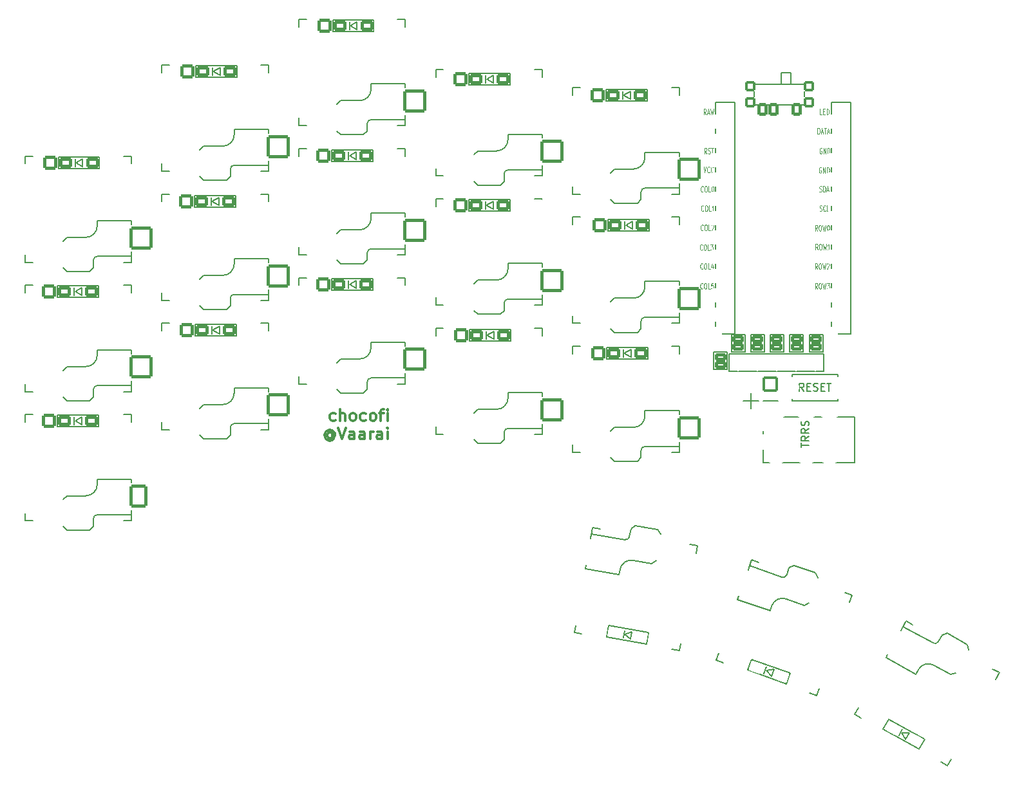
<source format=gto>
G04 #@! TF.GenerationSoftware,KiCad,Pcbnew,8.0.1*
G04 #@! TF.CreationDate,2024-07-30T22:50:04+02:00*
G04 #@! TF.ProjectId,chocofi,63686f63-6f66-4692-9e6b-696361645f70,0.2*
G04 #@! TF.SameCoordinates,Original*
G04 #@! TF.FileFunction,Legend,Top*
G04 #@! TF.FilePolarity,Positive*
%FSLAX46Y46*%
G04 Gerber Fmt 4.6, Leading zero omitted, Abs format (unit mm)*
G04 Created by KiCad (PCBNEW 8.0.1) date 2024-07-30 22:50:04*
%MOMM*%
%LPD*%
G01*
G04 APERTURE LIST*
G04 Aperture macros list*
%AMRoundRect*
0 Rectangle with rounded corners*
0 $1 Rounding radius*
0 $2 $3 $4 $5 $6 $7 $8 $9 X,Y pos of 4 corners*
0 Add a 4 corners polygon primitive as box body*
4,1,4,$2,$3,$4,$5,$6,$7,$8,$9,$2,$3,0*
0 Add four circle primitives for the rounded corners*
1,1,$1+$1,$2,$3*
1,1,$1+$1,$4,$5*
1,1,$1+$1,$6,$7*
1,1,$1+$1,$8,$9*
0 Add four rect primitives between the rounded corners*
20,1,$1+$1,$2,$3,$4,$5,0*
20,1,$1+$1,$4,$5,$6,$7,0*
20,1,$1+$1,$6,$7,$8,$9,0*
20,1,$1+$1,$8,$9,$2,$3,0*%
%AMRotRect*
0 Rectangle, with rotation*
0 The origin of the aperture is its center*
0 $1 length*
0 $2 width*
0 $3 Rotation angle, in degrees counterclockwise*
0 Add horizontal line*
21,1,$1,$2,0,0,$3*%
%AMFreePoly0*
4,1,22,1.386777,1.480194,1.456366,1.424698,1.494986,1.344504,1.500000,1.300000,1.500000,-1.300000,1.480194,-1.386777,1.424698,-1.456366,1.344504,-1.494986,1.300000,-1.500000,-1.300000,-1.500000,-1.386777,-1.480194,-1.456366,-1.424698,-1.494986,-1.344504,-1.500000,-1.300000,-1.500000,0.130000,-1.480194,0.216777,-1.441421,0.271421,-0.271421,1.441421,-0.196056,1.488777,-0.130000,1.500000,
1.300000,1.500000,1.386777,1.480194,1.386777,1.480194,$1*%
G04 Aperture macros list end*
%ADD10C,0.300000*%
%ADD11C,0.150000*%
%ADD12C,0.125000*%
%ADD13C,0.200000*%
%ADD14R,1.397000X1.397000*%
%ADD15C,1.397000*%
%ADD16RotRect,1.397000X1.397000X350.200000*%
%ADD17RotRect,1.397000X1.397000X340.600000*%
%ADD18RotRect,1.397000X1.397000X331.000000*%
%ADD19C,1.200000*%
%ADD20O,2.500000X1.700000*%
%ADD21C,1.524000*%
%ADD22C,2.000000*%
%ADD23RoundRect,0.200000X-0.698500X-0.698500X0.698500X-0.698500X0.698500X0.698500X-0.698500X0.698500X0*%
%ADD24RoundRect,0.200000X-0.650000X-0.475000X0.650000X-0.475000X0.650000X0.475000X-0.650000X0.475000X0*%
%ADD25C,1.797000*%
%ADD26RoundRect,0.200000X-0.807199X-0.569416X0.569416X-0.807199X0.807199X0.569416X-0.569416X0.807199X0*%
%ADD27RoundRect,0.200000X-0.721365X-0.357433X0.559666X-0.578705X0.721365X0.357433X-0.559666X0.578705X0*%
%ADD28RoundRect,0.200000X-0.890856X-0.426826X0.426826X-0.890856X0.890856X0.426826X-0.426826X0.890856X0*%
%ADD29RoundRect,0.200000X-0.770871X-0.232126X0.455318X-0.663935X0.770871X0.232126X-0.455318X0.663935X0*%
%ADD30RoundRect,0.200000X-0.949561X-0.272282X0.272282X-0.949561X0.949561X0.272282X-0.272282X0.949561X0*%
%ADD31RoundRect,0.200000X-0.798787X-0.100318X0.338218X-0.730571X0.798787X0.100318X-0.338218X0.730571X0*%
%ADD32C,1.600000*%
%ADD33O,2.900000X2.100000*%
%ADD34C,2.101800*%
%ADD35C,1.390600*%
%ADD36C,3.400000*%
%ADD37C,3.829000*%
%ADD38FreePoly0,0.000000*%
%ADD39RoundRect,0.200000X-1.300000X-1.300000X1.300000X-1.300000X1.300000X1.300000X-1.300000X1.300000X0*%
%ADD40RoundRect,0.200000X-0.950000X-1.300000X0.950000X-1.300000X0.950000X1.300000X-0.950000X1.300000X0*%
%ADD41FreePoly0,170.200000*%
%ADD42RoundRect,0.200000X1.502303X1.059758X-1.059758X1.502303X-1.502303X-1.059758X1.059758X-1.502303X0*%
%ADD43FreePoly0,160.600000*%
%ADD44RoundRect,0.200000X1.657999X0.794380X-0.794380X1.657999X-1.657999X-0.794380X0.794380X-1.657999X0*%
%ADD45FreePoly0,151.000000*%
%ADD46RoundRect,0.200000X1.767258X0.506753X-0.506753X1.767258X-1.767258X-0.506753X0.506753X-1.767258X0*%
%ADD47C,1.924000*%
%ADD48RoundRect,0.200000X-0.571500X0.317500X-0.571500X-0.317500X0.571500X-0.317500X0.571500X0.317500X0*%
%ADD49O,1.797000X2.178000*%
%ADD50C,2.400000*%
%ADD51C,4.400000*%
%ADD52RoundRect,0.200000X0.571500X-0.317500X0.571500X0.317500X-0.571500X0.317500X-0.571500X-0.317500X0*%
%ADD53C,1.300000*%
%ADD54RoundRect,0.200000X0.450000X0.650000X-0.450000X0.650000X-0.450000X-0.650000X0.450000X-0.650000X0*%
%ADD55RoundRect,0.200000X0.500000X0.500000X-0.500000X0.500000X-0.500000X-0.500000X0.500000X-0.500000X0*%
%ADD56RoundRect,0.200000X-0.850000X0.850000X-0.850000X-0.850000X0.850000X-0.850000X0.850000X0.850000X0*%
%ADD57O,2.100000X2.100000*%
G04 APERTURE END LIST*
D10*
X119708346Y-98149442D02*
X119565488Y-98220870D01*
X119565488Y-98220870D02*
X119279774Y-98220870D01*
X119279774Y-98220870D02*
X119136917Y-98149442D01*
X119136917Y-98149442D02*
X119065488Y-98078013D01*
X119065488Y-98078013D02*
X118994060Y-97935156D01*
X118994060Y-97935156D02*
X118994060Y-97506584D01*
X118994060Y-97506584D02*
X119065488Y-97363727D01*
X119065488Y-97363727D02*
X119136917Y-97292299D01*
X119136917Y-97292299D02*
X119279774Y-97220870D01*
X119279774Y-97220870D02*
X119565488Y-97220870D01*
X119565488Y-97220870D02*
X119708346Y-97292299D01*
X120351202Y-98220870D02*
X120351202Y-96720870D01*
X120994060Y-98220870D02*
X120994060Y-97435156D01*
X120994060Y-97435156D02*
X120922631Y-97292299D01*
X120922631Y-97292299D02*
X120779774Y-97220870D01*
X120779774Y-97220870D02*
X120565488Y-97220870D01*
X120565488Y-97220870D02*
X120422631Y-97292299D01*
X120422631Y-97292299D02*
X120351202Y-97363727D01*
X121922631Y-98220870D02*
X121779774Y-98149442D01*
X121779774Y-98149442D02*
X121708345Y-98078013D01*
X121708345Y-98078013D02*
X121636917Y-97935156D01*
X121636917Y-97935156D02*
X121636917Y-97506584D01*
X121636917Y-97506584D02*
X121708345Y-97363727D01*
X121708345Y-97363727D02*
X121779774Y-97292299D01*
X121779774Y-97292299D02*
X121922631Y-97220870D01*
X121922631Y-97220870D02*
X122136917Y-97220870D01*
X122136917Y-97220870D02*
X122279774Y-97292299D01*
X122279774Y-97292299D02*
X122351203Y-97363727D01*
X122351203Y-97363727D02*
X122422631Y-97506584D01*
X122422631Y-97506584D02*
X122422631Y-97935156D01*
X122422631Y-97935156D02*
X122351203Y-98078013D01*
X122351203Y-98078013D02*
X122279774Y-98149442D01*
X122279774Y-98149442D02*
X122136917Y-98220870D01*
X122136917Y-98220870D02*
X121922631Y-98220870D01*
X123708346Y-98149442D02*
X123565488Y-98220870D01*
X123565488Y-98220870D02*
X123279774Y-98220870D01*
X123279774Y-98220870D02*
X123136917Y-98149442D01*
X123136917Y-98149442D02*
X123065488Y-98078013D01*
X123065488Y-98078013D02*
X122994060Y-97935156D01*
X122994060Y-97935156D02*
X122994060Y-97506584D01*
X122994060Y-97506584D02*
X123065488Y-97363727D01*
X123065488Y-97363727D02*
X123136917Y-97292299D01*
X123136917Y-97292299D02*
X123279774Y-97220870D01*
X123279774Y-97220870D02*
X123565488Y-97220870D01*
X123565488Y-97220870D02*
X123708346Y-97292299D01*
X124565488Y-98220870D02*
X124422631Y-98149442D01*
X124422631Y-98149442D02*
X124351202Y-98078013D01*
X124351202Y-98078013D02*
X124279774Y-97935156D01*
X124279774Y-97935156D02*
X124279774Y-97506584D01*
X124279774Y-97506584D02*
X124351202Y-97363727D01*
X124351202Y-97363727D02*
X124422631Y-97292299D01*
X124422631Y-97292299D02*
X124565488Y-97220870D01*
X124565488Y-97220870D02*
X124779774Y-97220870D01*
X124779774Y-97220870D02*
X124922631Y-97292299D01*
X124922631Y-97292299D02*
X124994060Y-97363727D01*
X124994060Y-97363727D02*
X125065488Y-97506584D01*
X125065488Y-97506584D02*
X125065488Y-97935156D01*
X125065488Y-97935156D02*
X124994060Y-98078013D01*
X124994060Y-98078013D02*
X124922631Y-98149442D01*
X124922631Y-98149442D02*
X124779774Y-98220870D01*
X124779774Y-98220870D02*
X124565488Y-98220870D01*
X125494060Y-97220870D02*
X126065488Y-97220870D01*
X125708345Y-98220870D02*
X125708345Y-96935156D01*
X125708345Y-96935156D02*
X125779774Y-96792299D01*
X125779774Y-96792299D02*
X125922631Y-96720870D01*
X125922631Y-96720870D02*
X126065488Y-96720870D01*
X126565488Y-98220870D02*
X126565488Y-97220870D01*
X126565488Y-96720870D02*
X126494060Y-96792299D01*
X126494060Y-96792299D02*
X126565488Y-96863727D01*
X126565488Y-96863727D02*
X126636917Y-96792299D01*
X126636917Y-96792299D02*
X126565488Y-96720870D01*
X126565488Y-96720870D02*
X126565488Y-96863727D01*
X119279775Y-99921500D02*
X119208346Y-99850072D01*
X119208346Y-99850072D02*
X119065489Y-99778643D01*
X119065489Y-99778643D02*
X118922632Y-99778643D01*
X118922632Y-99778643D02*
X118779775Y-99850072D01*
X118779775Y-99850072D02*
X118708346Y-99921500D01*
X118708346Y-99921500D02*
X118636918Y-100064358D01*
X118636918Y-100064358D02*
X118636918Y-100207215D01*
X118636918Y-100207215D02*
X118708346Y-100350072D01*
X118708346Y-100350072D02*
X118779775Y-100421500D01*
X118779775Y-100421500D02*
X118922632Y-100492929D01*
X118922632Y-100492929D02*
X119065489Y-100492929D01*
X119065489Y-100492929D02*
X119208346Y-100421500D01*
X119208346Y-100421500D02*
X119279775Y-100350072D01*
X119279775Y-99778643D02*
X119279775Y-100350072D01*
X119279775Y-100350072D02*
X119351203Y-100421500D01*
X119351203Y-100421500D02*
X119422632Y-100421500D01*
X119422632Y-100421500D02*
X119565489Y-100350072D01*
X119565489Y-100350072D02*
X119636918Y-100207215D01*
X119636918Y-100207215D02*
X119636918Y-99850072D01*
X119636918Y-99850072D02*
X119494061Y-99635786D01*
X119494061Y-99635786D02*
X119279775Y-99492929D01*
X119279775Y-99492929D02*
X118994061Y-99421500D01*
X118994061Y-99421500D02*
X118708346Y-99492929D01*
X118708346Y-99492929D02*
X118494061Y-99635786D01*
X118494061Y-99635786D02*
X118351203Y-99850072D01*
X118351203Y-99850072D02*
X118279775Y-100135786D01*
X118279775Y-100135786D02*
X118351203Y-100421500D01*
X118351203Y-100421500D02*
X118494061Y-100635786D01*
X118494061Y-100635786D02*
X118708346Y-100778643D01*
X118708346Y-100778643D02*
X118994061Y-100850072D01*
X118994061Y-100850072D02*
X119279775Y-100778643D01*
X119279775Y-100778643D02*
X119494061Y-100635786D01*
X120065489Y-99135786D02*
X120565489Y-100635786D01*
X120565489Y-100635786D02*
X121065489Y-99135786D01*
X122208346Y-100635786D02*
X122208346Y-99850072D01*
X122208346Y-99850072D02*
X122136917Y-99707215D01*
X122136917Y-99707215D02*
X121994060Y-99635786D01*
X121994060Y-99635786D02*
X121708346Y-99635786D01*
X121708346Y-99635786D02*
X121565488Y-99707215D01*
X122208346Y-100564358D02*
X122065488Y-100635786D01*
X122065488Y-100635786D02*
X121708346Y-100635786D01*
X121708346Y-100635786D02*
X121565488Y-100564358D01*
X121565488Y-100564358D02*
X121494060Y-100421500D01*
X121494060Y-100421500D02*
X121494060Y-100278643D01*
X121494060Y-100278643D02*
X121565488Y-100135786D01*
X121565488Y-100135786D02*
X121708346Y-100064358D01*
X121708346Y-100064358D02*
X122065488Y-100064358D01*
X122065488Y-100064358D02*
X122208346Y-99992929D01*
X123565489Y-100635786D02*
X123565489Y-99850072D01*
X123565489Y-99850072D02*
X123494060Y-99707215D01*
X123494060Y-99707215D02*
X123351203Y-99635786D01*
X123351203Y-99635786D02*
X123065489Y-99635786D01*
X123065489Y-99635786D02*
X122922631Y-99707215D01*
X123565489Y-100564358D02*
X123422631Y-100635786D01*
X123422631Y-100635786D02*
X123065489Y-100635786D01*
X123065489Y-100635786D02*
X122922631Y-100564358D01*
X122922631Y-100564358D02*
X122851203Y-100421500D01*
X122851203Y-100421500D02*
X122851203Y-100278643D01*
X122851203Y-100278643D02*
X122922631Y-100135786D01*
X122922631Y-100135786D02*
X123065489Y-100064358D01*
X123065489Y-100064358D02*
X123422631Y-100064358D01*
X123422631Y-100064358D02*
X123565489Y-99992929D01*
X124279774Y-100635786D02*
X124279774Y-99635786D01*
X124279774Y-99921500D02*
X124351203Y-99778643D01*
X124351203Y-99778643D02*
X124422632Y-99707215D01*
X124422632Y-99707215D02*
X124565489Y-99635786D01*
X124565489Y-99635786D02*
X124708346Y-99635786D01*
X125851203Y-100635786D02*
X125851203Y-99850072D01*
X125851203Y-99850072D02*
X125779774Y-99707215D01*
X125779774Y-99707215D02*
X125636917Y-99635786D01*
X125636917Y-99635786D02*
X125351203Y-99635786D01*
X125351203Y-99635786D02*
X125208345Y-99707215D01*
X125851203Y-100564358D02*
X125708345Y-100635786D01*
X125708345Y-100635786D02*
X125351203Y-100635786D01*
X125351203Y-100635786D02*
X125208345Y-100564358D01*
X125208345Y-100564358D02*
X125136917Y-100421500D01*
X125136917Y-100421500D02*
X125136917Y-100278643D01*
X125136917Y-100278643D02*
X125208345Y-100135786D01*
X125208345Y-100135786D02*
X125351203Y-100064358D01*
X125351203Y-100064358D02*
X125708345Y-100064358D01*
X125708345Y-100064358D02*
X125851203Y-99992929D01*
X126565488Y-100635786D02*
X126565488Y-99635786D01*
X126565488Y-99135786D02*
X126494060Y-99207215D01*
X126494060Y-99207215D02*
X126565488Y-99278643D01*
X126565488Y-99278643D02*
X126636917Y-99207215D01*
X126636917Y-99207215D02*
X126565488Y-99135786D01*
X126565488Y-99135786D02*
X126565488Y-99278643D01*
D11*
X180964819Y-101722904D02*
X180964819Y-101151476D01*
X181964819Y-101437190D02*
X180964819Y-101437190D01*
X181964819Y-100246714D02*
X181488628Y-100580047D01*
X181964819Y-100818142D02*
X180964819Y-100818142D01*
X180964819Y-100818142D02*
X180964819Y-100437190D01*
X180964819Y-100437190D02*
X181012438Y-100341952D01*
X181012438Y-100341952D02*
X181060057Y-100294333D01*
X181060057Y-100294333D02*
X181155295Y-100246714D01*
X181155295Y-100246714D02*
X181298152Y-100246714D01*
X181298152Y-100246714D02*
X181393390Y-100294333D01*
X181393390Y-100294333D02*
X181441009Y-100341952D01*
X181441009Y-100341952D02*
X181488628Y-100437190D01*
X181488628Y-100437190D02*
X181488628Y-100818142D01*
X181964819Y-99246714D02*
X181488628Y-99580047D01*
X181964819Y-99818142D02*
X180964819Y-99818142D01*
X180964819Y-99818142D02*
X180964819Y-99437190D01*
X180964819Y-99437190D02*
X181012438Y-99341952D01*
X181012438Y-99341952D02*
X181060057Y-99294333D01*
X181060057Y-99294333D02*
X181155295Y-99246714D01*
X181155295Y-99246714D02*
X181298152Y-99246714D01*
X181298152Y-99246714D02*
X181393390Y-99294333D01*
X181393390Y-99294333D02*
X181441009Y-99341952D01*
X181441009Y-99341952D02*
X181488628Y-99437190D01*
X181488628Y-99437190D02*
X181488628Y-99818142D01*
X181917200Y-98865761D02*
X181964819Y-98722904D01*
X181964819Y-98722904D02*
X181964819Y-98484809D01*
X181964819Y-98484809D02*
X181917200Y-98389571D01*
X181917200Y-98389571D02*
X181869580Y-98341952D01*
X181869580Y-98341952D02*
X181774342Y-98294333D01*
X181774342Y-98294333D02*
X181679104Y-98294333D01*
X181679104Y-98294333D02*
X181583866Y-98341952D01*
X181583866Y-98341952D02*
X181536247Y-98389571D01*
X181536247Y-98389571D02*
X181488628Y-98484809D01*
X181488628Y-98484809D02*
X181441009Y-98675285D01*
X181441009Y-98675285D02*
X181393390Y-98770523D01*
X181393390Y-98770523D02*
X181345771Y-98818142D01*
X181345771Y-98818142D02*
X181250533Y-98865761D01*
X181250533Y-98865761D02*
X181155295Y-98865761D01*
X181155295Y-98865761D02*
X181060057Y-98818142D01*
X181060057Y-98818142D02*
X181012438Y-98770523D01*
X181012438Y-98770523D02*
X180964819Y-98675285D01*
X180964819Y-98675285D02*
X180964819Y-98437190D01*
X180964819Y-98437190D02*
X181012438Y-98294333D01*
D12*
X168520690Y-63084364D02*
X168354024Y-62727221D01*
X168234976Y-63084364D02*
X168234976Y-62334364D01*
X168234976Y-62334364D02*
X168425452Y-62334364D01*
X168425452Y-62334364D02*
X168473071Y-62370078D01*
X168473071Y-62370078D02*
X168496881Y-62405792D01*
X168496881Y-62405792D02*
X168520690Y-62477221D01*
X168520690Y-62477221D02*
X168520690Y-62584364D01*
X168520690Y-62584364D02*
X168496881Y-62655792D01*
X168496881Y-62655792D02*
X168473071Y-62691507D01*
X168473071Y-62691507D02*
X168425452Y-62727221D01*
X168425452Y-62727221D02*
X168234976Y-62727221D01*
X168711167Y-63048650D02*
X168782595Y-63084364D01*
X168782595Y-63084364D02*
X168901643Y-63084364D01*
X168901643Y-63084364D02*
X168949262Y-63048650D01*
X168949262Y-63048650D02*
X168973071Y-63012935D01*
X168973071Y-63012935D02*
X168996881Y-62941507D01*
X168996881Y-62941507D02*
X168996881Y-62870078D01*
X168996881Y-62870078D02*
X168973071Y-62798650D01*
X168973071Y-62798650D02*
X168949262Y-62762935D01*
X168949262Y-62762935D02*
X168901643Y-62727221D01*
X168901643Y-62727221D02*
X168806405Y-62691507D01*
X168806405Y-62691507D02*
X168758786Y-62655792D01*
X168758786Y-62655792D02*
X168734976Y-62620078D01*
X168734976Y-62620078D02*
X168711167Y-62548650D01*
X168711167Y-62548650D02*
X168711167Y-62477221D01*
X168711167Y-62477221D02*
X168734976Y-62405792D01*
X168734976Y-62405792D02*
X168758786Y-62370078D01*
X168758786Y-62370078D02*
X168806405Y-62334364D01*
X168806405Y-62334364D02*
X168925452Y-62334364D01*
X168925452Y-62334364D02*
X168996881Y-62370078D01*
X169139738Y-62334364D02*
X169425452Y-62334364D01*
X169282595Y-63084364D02*
X169282595Y-62334364D01*
X183129047Y-75720864D02*
X182962381Y-75363721D01*
X182843333Y-75720864D02*
X182843333Y-74970864D01*
X182843333Y-74970864D02*
X183033809Y-74970864D01*
X183033809Y-74970864D02*
X183081428Y-75006578D01*
X183081428Y-75006578D02*
X183105238Y-75042292D01*
X183105238Y-75042292D02*
X183129047Y-75113721D01*
X183129047Y-75113721D02*
X183129047Y-75220864D01*
X183129047Y-75220864D02*
X183105238Y-75292292D01*
X183105238Y-75292292D02*
X183081428Y-75328007D01*
X183081428Y-75328007D02*
X183033809Y-75363721D01*
X183033809Y-75363721D02*
X182843333Y-75363721D01*
X183438571Y-74970864D02*
X183533809Y-74970864D01*
X183533809Y-74970864D02*
X183581428Y-75006578D01*
X183581428Y-75006578D02*
X183629047Y-75078007D01*
X183629047Y-75078007D02*
X183652857Y-75220864D01*
X183652857Y-75220864D02*
X183652857Y-75470864D01*
X183652857Y-75470864D02*
X183629047Y-75613721D01*
X183629047Y-75613721D02*
X183581428Y-75685150D01*
X183581428Y-75685150D02*
X183533809Y-75720864D01*
X183533809Y-75720864D02*
X183438571Y-75720864D01*
X183438571Y-75720864D02*
X183390952Y-75685150D01*
X183390952Y-75685150D02*
X183343333Y-75613721D01*
X183343333Y-75613721D02*
X183319524Y-75470864D01*
X183319524Y-75470864D02*
X183319524Y-75220864D01*
X183319524Y-75220864D02*
X183343333Y-75078007D01*
X183343333Y-75078007D02*
X183390952Y-75006578D01*
X183390952Y-75006578D02*
X183438571Y-74970864D01*
X183819524Y-74970864D02*
X183938572Y-75720864D01*
X183938572Y-75720864D02*
X184033810Y-75185150D01*
X184033810Y-75185150D02*
X184129048Y-75720864D01*
X184129048Y-75720864D02*
X184248096Y-74970864D01*
X184700477Y-75720864D02*
X184414763Y-75720864D01*
X184557620Y-75720864D02*
X184557620Y-74970864D01*
X184557620Y-74970864D02*
X184510001Y-75078007D01*
X184510001Y-75078007D02*
X184462382Y-75149435D01*
X184462382Y-75149435D02*
X184414763Y-75185150D01*
X168012380Y-80792935D02*
X167988571Y-80828650D01*
X167988571Y-80828650D02*
X167917142Y-80864364D01*
X167917142Y-80864364D02*
X167869523Y-80864364D01*
X167869523Y-80864364D02*
X167798095Y-80828650D01*
X167798095Y-80828650D02*
X167750476Y-80757221D01*
X167750476Y-80757221D02*
X167726666Y-80685792D01*
X167726666Y-80685792D02*
X167702857Y-80542935D01*
X167702857Y-80542935D02*
X167702857Y-80435792D01*
X167702857Y-80435792D02*
X167726666Y-80292935D01*
X167726666Y-80292935D02*
X167750476Y-80221507D01*
X167750476Y-80221507D02*
X167798095Y-80150078D01*
X167798095Y-80150078D02*
X167869523Y-80114364D01*
X167869523Y-80114364D02*
X167917142Y-80114364D01*
X167917142Y-80114364D02*
X167988571Y-80150078D01*
X167988571Y-80150078D02*
X168012380Y-80185792D01*
X168321904Y-80114364D02*
X168417142Y-80114364D01*
X168417142Y-80114364D02*
X168464761Y-80150078D01*
X168464761Y-80150078D02*
X168512380Y-80221507D01*
X168512380Y-80221507D02*
X168536190Y-80364364D01*
X168536190Y-80364364D02*
X168536190Y-80614364D01*
X168536190Y-80614364D02*
X168512380Y-80757221D01*
X168512380Y-80757221D02*
X168464761Y-80828650D01*
X168464761Y-80828650D02*
X168417142Y-80864364D01*
X168417142Y-80864364D02*
X168321904Y-80864364D01*
X168321904Y-80864364D02*
X168274285Y-80828650D01*
X168274285Y-80828650D02*
X168226666Y-80757221D01*
X168226666Y-80757221D02*
X168202857Y-80614364D01*
X168202857Y-80614364D02*
X168202857Y-80364364D01*
X168202857Y-80364364D02*
X168226666Y-80221507D01*
X168226666Y-80221507D02*
X168274285Y-80150078D01*
X168274285Y-80150078D02*
X168321904Y-80114364D01*
X168988571Y-80864364D02*
X168750476Y-80864364D01*
X168750476Y-80864364D02*
X168750476Y-80114364D01*
X169393333Y-80114364D02*
X169155238Y-80114364D01*
X169155238Y-80114364D02*
X169131429Y-80471507D01*
X169131429Y-80471507D02*
X169155238Y-80435792D01*
X169155238Y-80435792D02*
X169202857Y-80400078D01*
X169202857Y-80400078D02*
X169321905Y-80400078D01*
X169321905Y-80400078D02*
X169369524Y-80435792D01*
X169369524Y-80435792D02*
X169393333Y-80471507D01*
X169393333Y-80471507D02*
X169417143Y-80542935D01*
X169417143Y-80542935D02*
X169417143Y-80721507D01*
X169417143Y-80721507D02*
X169393333Y-80792935D01*
X169393333Y-80792935D02*
X169369524Y-80828650D01*
X169369524Y-80828650D02*
X169321905Y-80864364D01*
X169321905Y-80864364D02*
X169202857Y-80864364D01*
X169202857Y-80864364D02*
X169155238Y-80828650D01*
X169155238Y-80828650D02*
X169131429Y-80792935D01*
X183079047Y-80864364D02*
X182912381Y-80507221D01*
X182793333Y-80864364D02*
X182793333Y-80114364D01*
X182793333Y-80114364D02*
X182983809Y-80114364D01*
X182983809Y-80114364D02*
X183031428Y-80150078D01*
X183031428Y-80150078D02*
X183055238Y-80185792D01*
X183055238Y-80185792D02*
X183079047Y-80257221D01*
X183079047Y-80257221D02*
X183079047Y-80364364D01*
X183079047Y-80364364D02*
X183055238Y-80435792D01*
X183055238Y-80435792D02*
X183031428Y-80471507D01*
X183031428Y-80471507D02*
X182983809Y-80507221D01*
X182983809Y-80507221D02*
X182793333Y-80507221D01*
X183388571Y-80114364D02*
X183483809Y-80114364D01*
X183483809Y-80114364D02*
X183531428Y-80150078D01*
X183531428Y-80150078D02*
X183579047Y-80221507D01*
X183579047Y-80221507D02*
X183602857Y-80364364D01*
X183602857Y-80364364D02*
X183602857Y-80614364D01*
X183602857Y-80614364D02*
X183579047Y-80757221D01*
X183579047Y-80757221D02*
X183531428Y-80828650D01*
X183531428Y-80828650D02*
X183483809Y-80864364D01*
X183483809Y-80864364D02*
X183388571Y-80864364D01*
X183388571Y-80864364D02*
X183340952Y-80828650D01*
X183340952Y-80828650D02*
X183293333Y-80757221D01*
X183293333Y-80757221D02*
X183269524Y-80614364D01*
X183269524Y-80614364D02*
X183269524Y-80364364D01*
X183269524Y-80364364D02*
X183293333Y-80221507D01*
X183293333Y-80221507D02*
X183340952Y-80150078D01*
X183340952Y-80150078D02*
X183388571Y-80114364D01*
X183769524Y-80114364D02*
X183888572Y-80864364D01*
X183888572Y-80864364D02*
X183983810Y-80328650D01*
X183983810Y-80328650D02*
X184079048Y-80864364D01*
X184079048Y-80864364D02*
X184198096Y-80114364D01*
X184340953Y-80114364D02*
X184650477Y-80114364D01*
X184650477Y-80114364D02*
X184483810Y-80400078D01*
X184483810Y-80400078D02*
X184555239Y-80400078D01*
X184555239Y-80400078D02*
X184602858Y-80435792D01*
X184602858Y-80435792D02*
X184626667Y-80471507D01*
X184626667Y-80471507D02*
X184650477Y-80542935D01*
X184650477Y-80542935D02*
X184650477Y-80721507D01*
X184650477Y-80721507D02*
X184626667Y-80792935D01*
X184626667Y-80792935D02*
X184602858Y-80828650D01*
X184602858Y-80828650D02*
X184555239Y-80864364D01*
X184555239Y-80864364D02*
X184412382Y-80864364D01*
X184412382Y-80864364D02*
X184364763Y-80828650D01*
X184364763Y-80828650D02*
X184340953Y-80792935D01*
X168012380Y-78197435D02*
X167988571Y-78233150D01*
X167988571Y-78233150D02*
X167917142Y-78268864D01*
X167917142Y-78268864D02*
X167869523Y-78268864D01*
X167869523Y-78268864D02*
X167798095Y-78233150D01*
X167798095Y-78233150D02*
X167750476Y-78161721D01*
X167750476Y-78161721D02*
X167726666Y-78090292D01*
X167726666Y-78090292D02*
X167702857Y-77947435D01*
X167702857Y-77947435D02*
X167702857Y-77840292D01*
X167702857Y-77840292D02*
X167726666Y-77697435D01*
X167726666Y-77697435D02*
X167750476Y-77626007D01*
X167750476Y-77626007D02*
X167798095Y-77554578D01*
X167798095Y-77554578D02*
X167869523Y-77518864D01*
X167869523Y-77518864D02*
X167917142Y-77518864D01*
X167917142Y-77518864D02*
X167988571Y-77554578D01*
X167988571Y-77554578D02*
X168012380Y-77590292D01*
X168321904Y-77518864D02*
X168417142Y-77518864D01*
X168417142Y-77518864D02*
X168464761Y-77554578D01*
X168464761Y-77554578D02*
X168512380Y-77626007D01*
X168512380Y-77626007D02*
X168536190Y-77768864D01*
X168536190Y-77768864D02*
X168536190Y-78018864D01*
X168536190Y-78018864D02*
X168512380Y-78161721D01*
X168512380Y-78161721D02*
X168464761Y-78233150D01*
X168464761Y-78233150D02*
X168417142Y-78268864D01*
X168417142Y-78268864D02*
X168321904Y-78268864D01*
X168321904Y-78268864D02*
X168274285Y-78233150D01*
X168274285Y-78233150D02*
X168226666Y-78161721D01*
X168226666Y-78161721D02*
X168202857Y-78018864D01*
X168202857Y-78018864D02*
X168202857Y-77768864D01*
X168202857Y-77768864D02*
X168226666Y-77626007D01*
X168226666Y-77626007D02*
X168274285Y-77554578D01*
X168274285Y-77554578D02*
X168321904Y-77518864D01*
X168988571Y-78268864D02*
X168750476Y-78268864D01*
X168750476Y-78268864D02*
X168750476Y-77518864D01*
X169369524Y-77768864D02*
X169369524Y-78268864D01*
X169250476Y-77483150D02*
X169131429Y-78018864D01*
X169131429Y-78018864D02*
X169440952Y-78018864D01*
X183590047Y-64910078D02*
X183542428Y-64874364D01*
X183542428Y-64874364D02*
X183470999Y-64874364D01*
X183470999Y-64874364D02*
X183399571Y-64910078D01*
X183399571Y-64910078D02*
X183351952Y-64981507D01*
X183351952Y-64981507D02*
X183328142Y-65052935D01*
X183328142Y-65052935D02*
X183304333Y-65195792D01*
X183304333Y-65195792D02*
X183304333Y-65302935D01*
X183304333Y-65302935D02*
X183328142Y-65445792D01*
X183328142Y-65445792D02*
X183351952Y-65517221D01*
X183351952Y-65517221D02*
X183399571Y-65588650D01*
X183399571Y-65588650D02*
X183470999Y-65624364D01*
X183470999Y-65624364D02*
X183518618Y-65624364D01*
X183518618Y-65624364D02*
X183590047Y-65588650D01*
X183590047Y-65588650D02*
X183613856Y-65552935D01*
X183613856Y-65552935D02*
X183613856Y-65302935D01*
X183613856Y-65302935D02*
X183518618Y-65302935D01*
X183828142Y-65624364D02*
X183828142Y-64874364D01*
X183828142Y-64874364D02*
X184113856Y-65624364D01*
X184113856Y-65624364D02*
X184113856Y-64874364D01*
X184351952Y-65624364D02*
X184351952Y-64874364D01*
X184351952Y-64874364D02*
X184471000Y-64874364D01*
X184471000Y-64874364D02*
X184542428Y-64910078D01*
X184542428Y-64910078D02*
X184590047Y-64981507D01*
X184590047Y-64981507D02*
X184613857Y-65052935D01*
X184613857Y-65052935D02*
X184637666Y-65195792D01*
X184637666Y-65195792D02*
X184637666Y-65302935D01*
X184637666Y-65302935D02*
X184613857Y-65445792D01*
X184613857Y-65445792D02*
X184590047Y-65517221D01*
X184590047Y-65517221D02*
X184542428Y-65588650D01*
X184542428Y-65588650D02*
X184471000Y-65624364D01*
X184471000Y-65624364D02*
X184351952Y-65624364D01*
X183110000Y-60468864D02*
X183110000Y-59718864D01*
X183110000Y-59718864D02*
X183229048Y-59718864D01*
X183229048Y-59718864D02*
X183300476Y-59754578D01*
X183300476Y-59754578D02*
X183348095Y-59826007D01*
X183348095Y-59826007D02*
X183371905Y-59897435D01*
X183371905Y-59897435D02*
X183395714Y-60040292D01*
X183395714Y-60040292D02*
X183395714Y-60147435D01*
X183395714Y-60147435D02*
X183371905Y-60290292D01*
X183371905Y-60290292D02*
X183348095Y-60361721D01*
X183348095Y-60361721D02*
X183300476Y-60433150D01*
X183300476Y-60433150D02*
X183229048Y-60468864D01*
X183229048Y-60468864D02*
X183110000Y-60468864D01*
X183586191Y-60254578D02*
X183824286Y-60254578D01*
X183538572Y-60468864D02*
X183705238Y-59718864D01*
X183705238Y-59718864D02*
X183871905Y-60468864D01*
X183967143Y-59718864D02*
X184252857Y-59718864D01*
X184110000Y-60468864D02*
X184110000Y-59718864D01*
X184395714Y-60254578D02*
X184633809Y-60254578D01*
X184348095Y-60468864D02*
X184514761Y-59718864D01*
X184514761Y-59718864D02*
X184681428Y-60468864D01*
X168062380Y-73109435D02*
X168038571Y-73145150D01*
X168038571Y-73145150D02*
X167967142Y-73180864D01*
X167967142Y-73180864D02*
X167919523Y-73180864D01*
X167919523Y-73180864D02*
X167848095Y-73145150D01*
X167848095Y-73145150D02*
X167800476Y-73073721D01*
X167800476Y-73073721D02*
X167776666Y-73002292D01*
X167776666Y-73002292D02*
X167752857Y-72859435D01*
X167752857Y-72859435D02*
X167752857Y-72752292D01*
X167752857Y-72752292D02*
X167776666Y-72609435D01*
X167776666Y-72609435D02*
X167800476Y-72538007D01*
X167800476Y-72538007D02*
X167848095Y-72466578D01*
X167848095Y-72466578D02*
X167919523Y-72430864D01*
X167919523Y-72430864D02*
X167967142Y-72430864D01*
X167967142Y-72430864D02*
X168038571Y-72466578D01*
X168038571Y-72466578D02*
X168062380Y-72502292D01*
X168371904Y-72430864D02*
X168467142Y-72430864D01*
X168467142Y-72430864D02*
X168514761Y-72466578D01*
X168514761Y-72466578D02*
X168562380Y-72538007D01*
X168562380Y-72538007D02*
X168586190Y-72680864D01*
X168586190Y-72680864D02*
X168586190Y-72930864D01*
X168586190Y-72930864D02*
X168562380Y-73073721D01*
X168562380Y-73073721D02*
X168514761Y-73145150D01*
X168514761Y-73145150D02*
X168467142Y-73180864D01*
X168467142Y-73180864D02*
X168371904Y-73180864D01*
X168371904Y-73180864D02*
X168324285Y-73145150D01*
X168324285Y-73145150D02*
X168276666Y-73073721D01*
X168276666Y-73073721D02*
X168252857Y-72930864D01*
X168252857Y-72930864D02*
X168252857Y-72680864D01*
X168252857Y-72680864D02*
X168276666Y-72538007D01*
X168276666Y-72538007D02*
X168324285Y-72466578D01*
X168324285Y-72466578D02*
X168371904Y-72430864D01*
X169038571Y-73180864D02*
X168800476Y-73180864D01*
X168800476Y-73180864D02*
X168800476Y-72430864D01*
X169181429Y-72502292D02*
X169205238Y-72466578D01*
X169205238Y-72466578D02*
X169252857Y-72430864D01*
X169252857Y-72430864D02*
X169371905Y-72430864D01*
X169371905Y-72430864D02*
X169419524Y-72466578D01*
X169419524Y-72466578D02*
X169443333Y-72502292D01*
X169443333Y-72502292D02*
X169467143Y-72573721D01*
X169467143Y-72573721D02*
X169467143Y-72645150D01*
X169467143Y-72645150D02*
X169443333Y-72752292D01*
X169443333Y-72752292D02*
X169157619Y-73180864D01*
X169157619Y-73180864D02*
X169467143Y-73180864D01*
X168127834Y-64810864D02*
X168294500Y-65560864D01*
X168294500Y-65560864D02*
X168461167Y-64810864D01*
X168913547Y-65489435D02*
X168889738Y-65525150D01*
X168889738Y-65525150D02*
X168818309Y-65560864D01*
X168818309Y-65560864D02*
X168770690Y-65560864D01*
X168770690Y-65560864D02*
X168699262Y-65525150D01*
X168699262Y-65525150D02*
X168651643Y-65453721D01*
X168651643Y-65453721D02*
X168627833Y-65382292D01*
X168627833Y-65382292D02*
X168604024Y-65239435D01*
X168604024Y-65239435D02*
X168604024Y-65132292D01*
X168604024Y-65132292D02*
X168627833Y-64989435D01*
X168627833Y-64989435D02*
X168651643Y-64918007D01*
X168651643Y-64918007D02*
X168699262Y-64846578D01*
X168699262Y-64846578D02*
X168770690Y-64810864D01*
X168770690Y-64810864D02*
X168818309Y-64810864D01*
X168818309Y-64810864D02*
X168889738Y-64846578D01*
X168889738Y-64846578D02*
X168913547Y-64882292D01*
X169413547Y-65489435D02*
X169389738Y-65525150D01*
X169389738Y-65525150D02*
X169318309Y-65560864D01*
X169318309Y-65560864D02*
X169270690Y-65560864D01*
X169270690Y-65560864D02*
X169199262Y-65525150D01*
X169199262Y-65525150D02*
X169151643Y-65453721D01*
X169151643Y-65453721D02*
X169127833Y-65382292D01*
X169127833Y-65382292D02*
X169104024Y-65239435D01*
X169104024Y-65239435D02*
X169104024Y-65132292D01*
X169104024Y-65132292D02*
X169127833Y-64989435D01*
X169127833Y-64989435D02*
X169151643Y-64918007D01*
X169151643Y-64918007D02*
X169199262Y-64846578D01*
X169199262Y-64846578D02*
X169270690Y-64810864D01*
X169270690Y-64810864D02*
X169318309Y-64810864D01*
X169318309Y-64810864D02*
X169389738Y-64846578D01*
X169389738Y-64846578D02*
X169413547Y-64882292D01*
X168449261Y-57940864D02*
X168282595Y-57583721D01*
X168163547Y-57940864D02*
X168163547Y-57190864D01*
X168163547Y-57190864D02*
X168354023Y-57190864D01*
X168354023Y-57190864D02*
X168401642Y-57226578D01*
X168401642Y-57226578D02*
X168425452Y-57262292D01*
X168425452Y-57262292D02*
X168449261Y-57333721D01*
X168449261Y-57333721D02*
X168449261Y-57440864D01*
X168449261Y-57440864D02*
X168425452Y-57512292D01*
X168425452Y-57512292D02*
X168401642Y-57548007D01*
X168401642Y-57548007D02*
X168354023Y-57583721D01*
X168354023Y-57583721D02*
X168163547Y-57583721D01*
X168639738Y-57726578D02*
X168877833Y-57726578D01*
X168592119Y-57940864D02*
X168758785Y-57190864D01*
X168758785Y-57190864D02*
X168925452Y-57940864D01*
X169044499Y-57190864D02*
X169163547Y-57940864D01*
X169163547Y-57940864D02*
X169258785Y-57405150D01*
X169258785Y-57405150D02*
X169354023Y-57940864D01*
X169354023Y-57940864D02*
X169473071Y-57190864D01*
X183375762Y-70605150D02*
X183447190Y-70640864D01*
X183447190Y-70640864D02*
X183566238Y-70640864D01*
X183566238Y-70640864D02*
X183613857Y-70605150D01*
X183613857Y-70605150D02*
X183637666Y-70569435D01*
X183637666Y-70569435D02*
X183661476Y-70498007D01*
X183661476Y-70498007D02*
X183661476Y-70426578D01*
X183661476Y-70426578D02*
X183637666Y-70355150D01*
X183637666Y-70355150D02*
X183613857Y-70319435D01*
X183613857Y-70319435D02*
X183566238Y-70283721D01*
X183566238Y-70283721D02*
X183471000Y-70248007D01*
X183471000Y-70248007D02*
X183423381Y-70212292D01*
X183423381Y-70212292D02*
X183399571Y-70176578D01*
X183399571Y-70176578D02*
X183375762Y-70105150D01*
X183375762Y-70105150D02*
X183375762Y-70033721D01*
X183375762Y-70033721D02*
X183399571Y-69962292D01*
X183399571Y-69962292D02*
X183423381Y-69926578D01*
X183423381Y-69926578D02*
X183471000Y-69890864D01*
X183471000Y-69890864D02*
X183590047Y-69890864D01*
X183590047Y-69890864D02*
X183661476Y-69926578D01*
X184161475Y-70569435D02*
X184137666Y-70605150D01*
X184137666Y-70605150D02*
X184066237Y-70640864D01*
X184066237Y-70640864D02*
X184018618Y-70640864D01*
X184018618Y-70640864D02*
X183947190Y-70605150D01*
X183947190Y-70605150D02*
X183899571Y-70533721D01*
X183899571Y-70533721D02*
X183875761Y-70462292D01*
X183875761Y-70462292D02*
X183851952Y-70319435D01*
X183851952Y-70319435D02*
X183851952Y-70212292D01*
X183851952Y-70212292D02*
X183875761Y-70069435D01*
X183875761Y-70069435D02*
X183899571Y-69998007D01*
X183899571Y-69998007D02*
X183947190Y-69926578D01*
X183947190Y-69926578D02*
X184018618Y-69890864D01*
X184018618Y-69890864D02*
X184066237Y-69890864D01*
X184066237Y-69890864D02*
X184137666Y-69926578D01*
X184137666Y-69926578D02*
X184161475Y-69962292D01*
X184613856Y-70640864D02*
X184375761Y-70640864D01*
X184375761Y-70640864D02*
X184375761Y-69890864D01*
X183590047Y-64910078D02*
X183542428Y-64874364D01*
X183542428Y-64874364D02*
X183470999Y-64874364D01*
X183470999Y-64874364D02*
X183399571Y-64910078D01*
X183399571Y-64910078D02*
X183351952Y-64981507D01*
X183351952Y-64981507D02*
X183328142Y-65052935D01*
X183328142Y-65052935D02*
X183304333Y-65195792D01*
X183304333Y-65195792D02*
X183304333Y-65302935D01*
X183304333Y-65302935D02*
X183328142Y-65445792D01*
X183328142Y-65445792D02*
X183351952Y-65517221D01*
X183351952Y-65517221D02*
X183399571Y-65588650D01*
X183399571Y-65588650D02*
X183470999Y-65624364D01*
X183470999Y-65624364D02*
X183518618Y-65624364D01*
X183518618Y-65624364D02*
X183590047Y-65588650D01*
X183590047Y-65588650D02*
X183613856Y-65552935D01*
X183613856Y-65552935D02*
X183613856Y-65302935D01*
X183613856Y-65302935D02*
X183518618Y-65302935D01*
X183828142Y-65624364D02*
X183828142Y-64874364D01*
X183828142Y-64874364D02*
X184113856Y-65624364D01*
X184113856Y-65624364D02*
X184113856Y-64874364D01*
X184351952Y-65624364D02*
X184351952Y-64874364D01*
X184351952Y-64874364D02*
X184471000Y-64874364D01*
X184471000Y-64874364D02*
X184542428Y-64910078D01*
X184542428Y-64910078D02*
X184590047Y-64981507D01*
X184590047Y-64981507D02*
X184613857Y-65052935D01*
X184613857Y-65052935D02*
X184637666Y-65195792D01*
X184637666Y-65195792D02*
X184637666Y-65302935D01*
X184637666Y-65302935D02*
X184613857Y-65445792D01*
X184613857Y-65445792D02*
X184590047Y-65517221D01*
X184590047Y-65517221D02*
X184542428Y-65588650D01*
X184542428Y-65588650D02*
X184471000Y-65624364D01*
X184471000Y-65624364D02*
X184351952Y-65624364D01*
X183363858Y-68065150D02*
X183435286Y-68100864D01*
X183435286Y-68100864D02*
X183554334Y-68100864D01*
X183554334Y-68100864D02*
X183601953Y-68065150D01*
X183601953Y-68065150D02*
X183625762Y-68029435D01*
X183625762Y-68029435D02*
X183649572Y-67958007D01*
X183649572Y-67958007D02*
X183649572Y-67886578D01*
X183649572Y-67886578D02*
X183625762Y-67815150D01*
X183625762Y-67815150D02*
X183601953Y-67779435D01*
X183601953Y-67779435D02*
X183554334Y-67743721D01*
X183554334Y-67743721D02*
X183459096Y-67708007D01*
X183459096Y-67708007D02*
X183411477Y-67672292D01*
X183411477Y-67672292D02*
X183387667Y-67636578D01*
X183387667Y-67636578D02*
X183363858Y-67565150D01*
X183363858Y-67565150D02*
X183363858Y-67493721D01*
X183363858Y-67493721D02*
X183387667Y-67422292D01*
X183387667Y-67422292D02*
X183411477Y-67386578D01*
X183411477Y-67386578D02*
X183459096Y-67350864D01*
X183459096Y-67350864D02*
X183578143Y-67350864D01*
X183578143Y-67350864D02*
X183649572Y-67386578D01*
X183863857Y-68100864D02*
X183863857Y-67350864D01*
X183863857Y-67350864D02*
X183982905Y-67350864D01*
X183982905Y-67350864D02*
X184054333Y-67386578D01*
X184054333Y-67386578D02*
X184101952Y-67458007D01*
X184101952Y-67458007D02*
X184125762Y-67529435D01*
X184125762Y-67529435D02*
X184149571Y-67672292D01*
X184149571Y-67672292D02*
X184149571Y-67779435D01*
X184149571Y-67779435D02*
X184125762Y-67922292D01*
X184125762Y-67922292D02*
X184101952Y-67993721D01*
X184101952Y-67993721D02*
X184054333Y-68065150D01*
X184054333Y-68065150D02*
X183982905Y-68100864D01*
X183982905Y-68100864D02*
X183863857Y-68100864D01*
X184340048Y-67886578D02*
X184578143Y-67886578D01*
X184292429Y-68100864D02*
X184459095Y-67350864D01*
X184459095Y-67350864D02*
X184625762Y-68100864D01*
X168062380Y-68047435D02*
X168038571Y-68083150D01*
X168038571Y-68083150D02*
X167967142Y-68118864D01*
X167967142Y-68118864D02*
X167919523Y-68118864D01*
X167919523Y-68118864D02*
X167848095Y-68083150D01*
X167848095Y-68083150D02*
X167800476Y-68011721D01*
X167800476Y-68011721D02*
X167776666Y-67940292D01*
X167776666Y-67940292D02*
X167752857Y-67797435D01*
X167752857Y-67797435D02*
X167752857Y-67690292D01*
X167752857Y-67690292D02*
X167776666Y-67547435D01*
X167776666Y-67547435D02*
X167800476Y-67476007D01*
X167800476Y-67476007D02*
X167848095Y-67404578D01*
X167848095Y-67404578D02*
X167919523Y-67368864D01*
X167919523Y-67368864D02*
X167967142Y-67368864D01*
X167967142Y-67368864D02*
X168038571Y-67404578D01*
X168038571Y-67404578D02*
X168062380Y-67440292D01*
X168371904Y-67368864D02*
X168467142Y-67368864D01*
X168467142Y-67368864D02*
X168514761Y-67404578D01*
X168514761Y-67404578D02*
X168562380Y-67476007D01*
X168562380Y-67476007D02*
X168586190Y-67618864D01*
X168586190Y-67618864D02*
X168586190Y-67868864D01*
X168586190Y-67868864D02*
X168562380Y-68011721D01*
X168562380Y-68011721D02*
X168514761Y-68083150D01*
X168514761Y-68083150D02*
X168467142Y-68118864D01*
X168467142Y-68118864D02*
X168371904Y-68118864D01*
X168371904Y-68118864D02*
X168324285Y-68083150D01*
X168324285Y-68083150D02*
X168276666Y-68011721D01*
X168276666Y-68011721D02*
X168252857Y-67868864D01*
X168252857Y-67868864D02*
X168252857Y-67618864D01*
X168252857Y-67618864D02*
X168276666Y-67476007D01*
X168276666Y-67476007D02*
X168324285Y-67404578D01*
X168324285Y-67404578D02*
X168371904Y-67368864D01*
X169038571Y-68118864D02*
X168800476Y-68118864D01*
X168800476Y-68118864D02*
X168800476Y-67368864D01*
X169300476Y-67368864D02*
X169348095Y-67368864D01*
X169348095Y-67368864D02*
X169395714Y-67404578D01*
X169395714Y-67404578D02*
X169419524Y-67440292D01*
X169419524Y-67440292D02*
X169443333Y-67511721D01*
X169443333Y-67511721D02*
X169467143Y-67654578D01*
X169467143Y-67654578D02*
X169467143Y-67833150D01*
X169467143Y-67833150D02*
X169443333Y-67976007D01*
X169443333Y-67976007D02*
X169419524Y-68047435D01*
X169419524Y-68047435D02*
X169395714Y-68083150D01*
X169395714Y-68083150D02*
X169348095Y-68118864D01*
X169348095Y-68118864D02*
X169300476Y-68118864D01*
X169300476Y-68118864D02*
X169252857Y-68083150D01*
X169252857Y-68083150D02*
X169229048Y-68047435D01*
X169229048Y-68047435D02*
X169205238Y-67976007D01*
X169205238Y-67976007D02*
X169181429Y-67833150D01*
X169181429Y-67833150D02*
X169181429Y-67654578D01*
X169181429Y-67654578D02*
X169205238Y-67511721D01*
X169205238Y-67511721D02*
X169229048Y-67440292D01*
X169229048Y-67440292D02*
X169252857Y-67404578D01*
X169252857Y-67404578D02*
X169300476Y-67368864D01*
X167962380Y-75697435D02*
X167938571Y-75733150D01*
X167938571Y-75733150D02*
X167867142Y-75768864D01*
X167867142Y-75768864D02*
X167819523Y-75768864D01*
X167819523Y-75768864D02*
X167748095Y-75733150D01*
X167748095Y-75733150D02*
X167700476Y-75661721D01*
X167700476Y-75661721D02*
X167676666Y-75590292D01*
X167676666Y-75590292D02*
X167652857Y-75447435D01*
X167652857Y-75447435D02*
X167652857Y-75340292D01*
X167652857Y-75340292D02*
X167676666Y-75197435D01*
X167676666Y-75197435D02*
X167700476Y-75126007D01*
X167700476Y-75126007D02*
X167748095Y-75054578D01*
X167748095Y-75054578D02*
X167819523Y-75018864D01*
X167819523Y-75018864D02*
X167867142Y-75018864D01*
X167867142Y-75018864D02*
X167938571Y-75054578D01*
X167938571Y-75054578D02*
X167962380Y-75090292D01*
X168271904Y-75018864D02*
X168367142Y-75018864D01*
X168367142Y-75018864D02*
X168414761Y-75054578D01*
X168414761Y-75054578D02*
X168462380Y-75126007D01*
X168462380Y-75126007D02*
X168486190Y-75268864D01*
X168486190Y-75268864D02*
X168486190Y-75518864D01*
X168486190Y-75518864D02*
X168462380Y-75661721D01*
X168462380Y-75661721D02*
X168414761Y-75733150D01*
X168414761Y-75733150D02*
X168367142Y-75768864D01*
X168367142Y-75768864D02*
X168271904Y-75768864D01*
X168271904Y-75768864D02*
X168224285Y-75733150D01*
X168224285Y-75733150D02*
X168176666Y-75661721D01*
X168176666Y-75661721D02*
X168152857Y-75518864D01*
X168152857Y-75518864D02*
X168152857Y-75268864D01*
X168152857Y-75268864D02*
X168176666Y-75126007D01*
X168176666Y-75126007D02*
X168224285Y-75054578D01*
X168224285Y-75054578D02*
X168271904Y-75018864D01*
X168938571Y-75768864D02*
X168700476Y-75768864D01*
X168700476Y-75768864D02*
X168700476Y-75018864D01*
X169057619Y-75018864D02*
X169367143Y-75018864D01*
X169367143Y-75018864D02*
X169200476Y-75304578D01*
X169200476Y-75304578D02*
X169271905Y-75304578D01*
X169271905Y-75304578D02*
X169319524Y-75340292D01*
X169319524Y-75340292D02*
X169343333Y-75376007D01*
X169343333Y-75376007D02*
X169367143Y-75447435D01*
X169367143Y-75447435D02*
X169367143Y-75626007D01*
X169367143Y-75626007D02*
X169343333Y-75697435D01*
X169343333Y-75697435D02*
X169319524Y-75733150D01*
X169319524Y-75733150D02*
X169271905Y-75768864D01*
X169271905Y-75768864D02*
X169129048Y-75768864D01*
X169129048Y-75768864D02*
X169081429Y-75733150D01*
X169081429Y-75733150D02*
X169057619Y-75697435D01*
X183079047Y-78268864D02*
X182912381Y-77911721D01*
X182793333Y-78268864D02*
X182793333Y-77518864D01*
X182793333Y-77518864D02*
X182983809Y-77518864D01*
X182983809Y-77518864D02*
X183031428Y-77554578D01*
X183031428Y-77554578D02*
X183055238Y-77590292D01*
X183055238Y-77590292D02*
X183079047Y-77661721D01*
X183079047Y-77661721D02*
X183079047Y-77768864D01*
X183079047Y-77768864D02*
X183055238Y-77840292D01*
X183055238Y-77840292D02*
X183031428Y-77876007D01*
X183031428Y-77876007D02*
X182983809Y-77911721D01*
X182983809Y-77911721D02*
X182793333Y-77911721D01*
X183388571Y-77518864D02*
X183483809Y-77518864D01*
X183483809Y-77518864D02*
X183531428Y-77554578D01*
X183531428Y-77554578D02*
X183579047Y-77626007D01*
X183579047Y-77626007D02*
X183602857Y-77768864D01*
X183602857Y-77768864D02*
X183602857Y-78018864D01*
X183602857Y-78018864D02*
X183579047Y-78161721D01*
X183579047Y-78161721D02*
X183531428Y-78233150D01*
X183531428Y-78233150D02*
X183483809Y-78268864D01*
X183483809Y-78268864D02*
X183388571Y-78268864D01*
X183388571Y-78268864D02*
X183340952Y-78233150D01*
X183340952Y-78233150D02*
X183293333Y-78161721D01*
X183293333Y-78161721D02*
X183269524Y-78018864D01*
X183269524Y-78018864D02*
X183269524Y-77768864D01*
X183269524Y-77768864D02*
X183293333Y-77626007D01*
X183293333Y-77626007D02*
X183340952Y-77554578D01*
X183340952Y-77554578D02*
X183388571Y-77518864D01*
X183769524Y-77518864D02*
X183888572Y-78268864D01*
X183888572Y-78268864D02*
X183983810Y-77733150D01*
X183983810Y-77733150D02*
X184079048Y-78268864D01*
X184079048Y-78268864D02*
X184198096Y-77518864D01*
X184364763Y-77590292D02*
X184388572Y-77554578D01*
X184388572Y-77554578D02*
X184436191Y-77518864D01*
X184436191Y-77518864D02*
X184555239Y-77518864D01*
X184555239Y-77518864D02*
X184602858Y-77554578D01*
X184602858Y-77554578D02*
X184626667Y-77590292D01*
X184626667Y-77590292D02*
X184650477Y-77661721D01*
X184650477Y-77661721D02*
X184650477Y-77733150D01*
X184650477Y-77733150D02*
X184626667Y-77840292D01*
X184626667Y-77840292D02*
X184340953Y-78268864D01*
X184340953Y-78268864D02*
X184650477Y-78268864D01*
X183079047Y-73218864D02*
X182912381Y-72861721D01*
X182793333Y-73218864D02*
X182793333Y-72468864D01*
X182793333Y-72468864D02*
X182983809Y-72468864D01*
X182983809Y-72468864D02*
X183031428Y-72504578D01*
X183031428Y-72504578D02*
X183055238Y-72540292D01*
X183055238Y-72540292D02*
X183079047Y-72611721D01*
X183079047Y-72611721D02*
X183079047Y-72718864D01*
X183079047Y-72718864D02*
X183055238Y-72790292D01*
X183055238Y-72790292D02*
X183031428Y-72826007D01*
X183031428Y-72826007D02*
X182983809Y-72861721D01*
X182983809Y-72861721D02*
X182793333Y-72861721D01*
X183388571Y-72468864D02*
X183483809Y-72468864D01*
X183483809Y-72468864D02*
X183531428Y-72504578D01*
X183531428Y-72504578D02*
X183579047Y-72576007D01*
X183579047Y-72576007D02*
X183602857Y-72718864D01*
X183602857Y-72718864D02*
X183602857Y-72968864D01*
X183602857Y-72968864D02*
X183579047Y-73111721D01*
X183579047Y-73111721D02*
X183531428Y-73183150D01*
X183531428Y-73183150D02*
X183483809Y-73218864D01*
X183483809Y-73218864D02*
X183388571Y-73218864D01*
X183388571Y-73218864D02*
X183340952Y-73183150D01*
X183340952Y-73183150D02*
X183293333Y-73111721D01*
X183293333Y-73111721D02*
X183269524Y-72968864D01*
X183269524Y-72968864D02*
X183269524Y-72718864D01*
X183269524Y-72718864D02*
X183293333Y-72576007D01*
X183293333Y-72576007D02*
X183340952Y-72504578D01*
X183340952Y-72504578D02*
X183388571Y-72468864D01*
X183769524Y-72468864D02*
X183888572Y-73218864D01*
X183888572Y-73218864D02*
X183983810Y-72683150D01*
X183983810Y-72683150D02*
X184079048Y-73218864D01*
X184079048Y-73218864D02*
X184198096Y-72468864D01*
X184483810Y-72468864D02*
X184531429Y-72468864D01*
X184531429Y-72468864D02*
X184579048Y-72504578D01*
X184579048Y-72504578D02*
X184602858Y-72540292D01*
X184602858Y-72540292D02*
X184626667Y-72611721D01*
X184626667Y-72611721D02*
X184650477Y-72754578D01*
X184650477Y-72754578D02*
X184650477Y-72933150D01*
X184650477Y-72933150D02*
X184626667Y-73076007D01*
X184626667Y-73076007D02*
X184602858Y-73147435D01*
X184602858Y-73147435D02*
X184579048Y-73183150D01*
X184579048Y-73183150D02*
X184531429Y-73218864D01*
X184531429Y-73218864D02*
X184483810Y-73218864D01*
X184483810Y-73218864D02*
X184436191Y-73183150D01*
X184436191Y-73183150D02*
X184412382Y-73147435D01*
X184412382Y-73147435D02*
X184388572Y-73076007D01*
X184388572Y-73076007D02*
X184364763Y-72933150D01*
X184364763Y-72933150D02*
X184364763Y-72754578D01*
X184364763Y-72754578D02*
X184388572Y-72611721D01*
X184388572Y-72611721D02*
X184412382Y-72540292D01*
X184412382Y-72540292D02*
X184436191Y-72504578D01*
X184436191Y-72504578D02*
X184483810Y-72468864D01*
X168112380Y-70569435D02*
X168088571Y-70605150D01*
X168088571Y-70605150D02*
X168017142Y-70640864D01*
X168017142Y-70640864D02*
X167969523Y-70640864D01*
X167969523Y-70640864D02*
X167898095Y-70605150D01*
X167898095Y-70605150D02*
X167850476Y-70533721D01*
X167850476Y-70533721D02*
X167826666Y-70462292D01*
X167826666Y-70462292D02*
X167802857Y-70319435D01*
X167802857Y-70319435D02*
X167802857Y-70212292D01*
X167802857Y-70212292D02*
X167826666Y-70069435D01*
X167826666Y-70069435D02*
X167850476Y-69998007D01*
X167850476Y-69998007D02*
X167898095Y-69926578D01*
X167898095Y-69926578D02*
X167969523Y-69890864D01*
X167969523Y-69890864D02*
X168017142Y-69890864D01*
X168017142Y-69890864D02*
X168088571Y-69926578D01*
X168088571Y-69926578D02*
X168112380Y-69962292D01*
X168421904Y-69890864D02*
X168517142Y-69890864D01*
X168517142Y-69890864D02*
X168564761Y-69926578D01*
X168564761Y-69926578D02*
X168612380Y-69998007D01*
X168612380Y-69998007D02*
X168636190Y-70140864D01*
X168636190Y-70140864D02*
X168636190Y-70390864D01*
X168636190Y-70390864D02*
X168612380Y-70533721D01*
X168612380Y-70533721D02*
X168564761Y-70605150D01*
X168564761Y-70605150D02*
X168517142Y-70640864D01*
X168517142Y-70640864D02*
X168421904Y-70640864D01*
X168421904Y-70640864D02*
X168374285Y-70605150D01*
X168374285Y-70605150D02*
X168326666Y-70533721D01*
X168326666Y-70533721D02*
X168302857Y-70390864D01*
X168302857Y-70390864D02*
X168302857Y-70140864D01*
X168302857Y-70140864D02*
X168326666Y-69998007D01*
X168326666Y-69998007D02*
X168374285Y-69926578D01*
X168374285Y-69926578D02*
X168421904Y-69890864D01*
X169088571Y-70640864D02*
X168850476Y-70640864D01*
X168850476Y-70640864D02*
X168850476Y-69890864D01*
X169517143Y-70640864D02*
X169231429Y-70640864D01*
X169374286Y-70640864D02*
X169374286Y-69890864D01*
X169374286Y-69890864D02*
X169326667Y-69998007D01*
X169326667Y-69998007D02*
X169279048Y-70069435D01*
X169279048Y-70069435D02*
X169231429Y-70105150D01*
X183688571Y-57940864D02*
X183450476Y-57940864D01*
X183450476Y-57940864D02*
X183450476Y-57190864D01*
X183855238Y-57548007D02*
X184021905Y-57548007D01*
X184093333Y-57940864D02*
X183855238Y-57940864D01*
X183855238Y-57940864D02*
X183855238Y-57190864D01*
X183855238Y-57190864D02*
X184093333Y-57190864D01*
X184307619Y-57940864D02*
X184307619Y-57190864D01*
X184307619Y-57190864D02*
X184426667Y-57190864D01*
X184426667Y-57190864D02*
X184498095Y-57226578D01*
X184498095Y-57226578D02*
X184545714Y-57298007D01*
X184545714Y-57298007D02*
X184569524Y-57369435D01*
X184569524Y-57369435D02*
X184593333Y-57512292D01*
X184593333Y-57512292D02*
X184593333Y-57619435D01*
X184593333Y-57619435D02*
X184569524Y-57762292D01*
X184569524Y-57762292D02*
X184545714Y-57833721D01*
X184545714Y-57833721D02*
X184498095Y-57905150D01*
X184498095Y-57905150D02*
X184426667Y-57940864D01*
X184426667Y-57940864D02*
X184307619Y-57940864D01*
X183653547Y-62370078D02*
X183605928Y-62334364D01*
X183605928Y-62334364D02*
X183534499Y-62334364D01*
X183534499Y-62334364D02*
X183463071Y-62370078D01*
X183463071Y-62370078D02*
X183415452Y-62441507D01*
X183415452Y-62441507D02*
X183391642Y-62512935D01*
X183391642Y-62512935D02*
X183367833Y-62655792D01*
X183367833Y-62655792D02*
X183367833Y-62762935D01*
X183367833Y-62762935D02*
X183391642Y-62905792D01*
X183391642Y-62905792D02*
X183415452Y-62977221D01*
X183415452Y-62977221D02*
X183463071Y-63048650D01*
X183463071Y-63048650D02*
X183534499Y-63084364D01*
X183534499Y-63084364D02*
X183582118Y-63084364D01*
X183582118Y-63084364D02*
X183653547Y-63048650D01*
X183653547Y-63048650D02*
X183677356Y-63012935D01*
X183677356Y-63012935D02*
X183677356Y-62762935D01*
X183677356Y-62762935D02*
X183582118Y-62762935D01*
X183891642Y-63084364D02*
X183891642Y-62334364D01*
X183891642Y-62334364D02*
X184177356Y-63084364D01*
X184177356Y-63084364D02*
X184177356Y-62334364D01*
X184415452Y-63084364D02*
X184415452Y-62334364D01*
X184415452Y-62334364D02*
X184534500Y-62334364D01*
X184534500Y-62334364D02*
X184605928Y-62370078D01*
X184605928Y-62370078D02*
X184653547Y-62441507D01*
X184653547Y-62441507D02*
X184677357Y-62512935D01*
X184677357Y-62512935D02*
X184701166Y-62655792D01*
X184701166Y-62655792D02*
X184701166Y-62762935D01*
X184701166Y-62762935D02*
X184677357Y-62905792D01*
X184677357Y-62905792D02*
X184653547Y-62977221D01*
X184653547Y-62977221D02*
X184605928Y-63048650D01*
X184605928Y-63048650D02*
X184534500Y-63084364D01*
X184534500Y-63084364D02*
X184415452Y-63084364D01*
D11*
X181300618Y-94307819D02*
X180967285Y-93831628D01*
X180729190Y-94307819D02*
X180729190Y-93307819D01*
X180729190Y-93307819D02*
X181110142Y-93307819D01*
X181110142Y-93307819D02*
X181205380Y-93355438D01*
X181205380Y-93355438D02*
X181252999Y-93403057D01*
X181252999Y-93403057D02*
X181300618Y-93498295D01*
X181300618Y-93498295D02*
X181300618Y-93641152D01*
X181300618Y-93641152D02*
X181252999Y-93736390D01*
X181252999Y-93736390D02*
X181205380Y-93784009D01*
X181205380Y-93784009D02*
X181110142Y-93831628D01*
X181110142Y-93831628D02*
X180729190Y-93831628D01*
X181729190Y-93784009D02*
X182062523Y-93784009D01*
X182205380Y-94307819D02*
X181729190Y-94307819D01*
X181729190Y-94307819D02*
X181729190Y-93307819D01*
X181729190Y-93307819D02*
X182205380Y-93307819D01*
X182586333Y-94260200D02*
X182729190Y-94307819D01*
X182729190Y-94307819D02*
X182967285Y-94307819D01*
X182967285Y-94307819D02*
X183062523Y-94260200D01*
X183062523Y-94260200D02*
X183110142Y-94212580D01*
X183110142Y-94212580D02*
X183157761Y-94117342D01*
X183157761Y-94117342D02*
X183157761Y-94022104D01*
X183157761Y-94022104D02*
X183110142Y-93926866D01*
X183110142Y-93926866D02*
X183062523Y-93879247D01*
X183062523Y-93879247D02*
X182967285Y-93831628D01*
X182967285Y-93831628D02*
X182776809Y-93784009D01*
X182776809Y-93784009D02*
X182681571Y-93736390D01*
X182681571Y-93736390D02*
X182633952Y-93688771D01*
X182633952Y-93688771D02*
X182586333Y-93593533D01*
X182586333Y-93593533D02*
X182586333Y-93498295D01*
X182586333Y-93498295D02*
X182633952Y-93403057D01*
X182633952Y-93403057D02*
X182681571Y-93355438D01*
X182681571Y-93355438D02*
X182776809Y-93307819D01*
X182776809Y-93307819D02*
X183014904Y-93307819D01*
X183014904Y-93307819D02*
X183157761Y-93355438D01*
X183586333Y-93784009D02*
X183919666Y-93784009D01*
X184062523Y-94307819D02*
X183586333Y-94307819D01*
X183586333Y-94307819D02*
X183586333Y-93307819D01*
X183586333Y-93307819D02*
X184062523Y-93307819D01*
X184348238Y-93307819D02*
X184919666Y-93307819D01*
X184633952Y-94307819D02*
X184633952Y-93307819D01*
X83304400Y-63562800D02*
X83304400Y-65062800D01*
X83304400Y-65062800D02*
X88704400Y-65062800D01*
X85504400Y-63812800D02*
X85504400Y-64812800D01*
X85604400Y-64312800D02*
X86504400Y-63812800D01*
X86504400Y-63812800D02*
X86504400Y-64812800D01*
X86504400Y-64812800D02*
X85604400Y-64312800D01*
X88704400Y-63562800D02*
X83304400Y-63562800D01*
X88704400Y-65062800D02*
X88704400Y-63562800D01*
X101389200Y-51523200D02*
X101389200Y-53023200D01*
X101389200Y-53023200D02*
X106789200Y-53023200D01*
X103589200Y-51773200D02*
X103589200Y-52773200D01*
X103689200Y-52273200D02*
X104589200Y-51773200D01*
X104589200Y-51773200D02*
X104589200Y-52773200D01*
X104589200Y-52773200D02*
X103689200Y-52273200D01*
X106789200Y-51523200D02*
X101389200Y-51523200D01*
X106789200Y-53023200D02*
X106789200Y-51523200D01*
X119372400Y-45478000D02*
X119372400Y-46978000D01*
X119372400Y-46978000D02*
X124772400Y-46978000D01*
X121572400Y-45728000D02*
X121572400Y-46728000D01*
X121672400Y-46228000D02*
X122572400Y-45728000D01*
X122572400Y-45728000D02*
X122572400Y-46728000D01*
X122572400Y-46728000D02*
X121672400Y-46228000D01*
X124772400Y-45478000D02*
X119372400Y-45478000D01*
X124772400Y-46978000D02*
X124772400Y-45478000D01*
X137304800Y-52539200D02*
X137304800Y-54039200D01*
X137304800Y-54039200D02*
X142704800Y-54039200D01*
X139504800Y-52789200D02*
X139504800Y-53789200D01*
X139604800Y-53289200D02*
X140504800Y-52789200D01*
X140504800Y-52789200D02*
X140504800Y-53789200D01*
X140504800Y-53789200D02*
X139604800Y-53289200D01*
X142704800Y-52539200D02*
X137304800Y-52539200D01*
X142704800Y-54039200D02*
X142704800Y-52539200D01*
X155288000Y-54672800D02*
X155288000Y-56172800D01*
X155288000Y-56172800D02*
X160688000Y-56172800D01*
X157488000Y-54922800D02*
X157488000Y-55922800D01*
X157588000Y-55422800D02*
X158488000Y-54922800D01*
X158488000Y-54922800D02*
X158488000Y-55922800D01*
X158488000Y-55922800D02*
X157588000Y-55422800D01*
X160688000Y-54672800D02*
X155288000Y-54672800D01*
X160688000Y-56172800D02*
X160688000Y-54672800D01*
X83202800Y-80479200D02*
X83202800Y-81979200D01*
X83202800Y-81979200D02*
X88602800Y-81979200D01*
X85402800Y-80729200D02*
X85402800Y-81729200D01*
X85502800Y-81229200D02*
X86402800Y-80729200D01*
X86402800Y-80729200D02*
X86402800Y-81729200D01*
X86402800Y-81729200D02*
X85502800Y-81229200D01*
X88602800Y-80479200D02*
X83202800Y-80479200D01*
X88602800Y-81979200D02*
X88602800Y-80479200D01*
X101186000Y-68592000D02*
X101186000Y-70092000D01*
X101186000Y-70092000D02*
X106586000Y-70092000D01*
X103386000Y-68842000D02*
X103386000Y-69842000D01*
X103486000Y-69342000D02*
X104386000Y-68842000D01*
X104386000Y-68842000D02*
X104386000Y-69842000D01*
X104386000Y-69842000D02*
X103486000Y-69342000D01*
X106586000Y-68592000D02*
X101186000Y-68592000D01*
X106586000Y-70092000D02*
X106586000Y-68592000D01*
X119270800Y-62597600D02*
X119270800Y-64097600D01*
X119270800Y-64097600D02*
X124670800Y-64097600D01*
X121470800Y-62847600D02*
X121470800Y-63847600D01*
X121570800Y-63347600D02*
X122470800Y-62847600D01*
X122470800Y-62847600D02*
X122470800Y-63847600D01*
X122470800Y-63847600D02*
X121570800Y-63347600D01*
X124670800Y-62597600D02*
X119270800Y-62597600D01*
X124670800Y-64097600D02*
X124670800Y-62597600D01*
X137254000Y-69150800D02*
X137254000Y-70650800D01*
X137254000Y-70650800D02*
X142654000Y-70650800D01*
X139454000Y-69400800D02*
X139454000Y-70400800D01*
X139554000Y-69900800D02*
X140454000Y-69400800D01*
X140454000Y-69400800D02*
X140454000Y-70400800D01*
X140454000Y-70400800D02*
X139554000Y-69900800D01*
X142654000Y-69150800D02*
X137254000Y-69150800D01*
X142654000Y-70650800D02*
X142654000Y-69150800D01*
X155592800Y-71741600D02*
X155592800Y-73241600D01*
X155592800Y-73241600D02*
X160992800Y-73241600D01*
X157792800Y-71991600D02*
X157792800Y-72991600D01*
X157892800Y-72491600D02*
X158792800Y-71991600D01*
X158792800Y-71991600D02*
X158792800Y-72991600D01*
X158792800Y-72991600D02*
X157892800Y-72491600D01*
X160992800Y-71741600D02*
X155592800Y-71741600D01*
X160992800Y-73241600D02*
X160992800Y-71741600D01*
X83202800Y-97497200D02*
X83202800Y-98997200D01*
X83202800Y-98997200D02*
X88602800Y-98997200D01*
X85402800Y-97747200D02*
X85402800Y-98747200D01*
X85502800Y-98247200D02*
X86402800Y-97747200D01*
X86402800Y-97747200D02*
X86402800Y-98747200D01*
X86402800Y-98747200D02*
X85502800Y-98247200D01*
X88602800Y-97497200D02*
X83202800Y-97497200D01*
X88602800Y-98997200D02*
X88602800Y-97497200D01*
X101287600Y-85559200D02*
X101287600Y-87059200D01*
X101287600Y-87059200D02*
X106687600Y-87059200D01*
X103487600Y-85809200D02*
X103487600Y-86809200D01*
X103587600Y-86309200D02*
X104487600Y-85809200D01*
X104487600Y-85809200D02*
X104487600Y-86809200D01*
X104487600Y-86809200D02*
X103587600Y-86309200D01*
X106687600Y-85559200D02*
X101287600Y-85559200D01*
X106687600Y-87059200D02*
X106687600Y-85559200D01*
X119270800Y-79564800D02*
X119270800Y-81064800D01*
X119270800Y-81064800D02*
X124670800Y-81064800D01*
X121470800Y-79814800D02*
X121470800Y-80814800D01*
X121570800Y-80314800D02*
X122470800Y-79814800D01*
X122470800Y-79814800D02*
X122470800Y-80814800D01*
X122470800Y-80814800D02*
X121570800Y-80314800D01*
X124670800Y-79564800D02*
X119270800Y-79564800D01*
X124670800Y-81064800D02*
X124670800Y-79564800D01*
X137355600Y-86219600D02*
X137355600Y-87719600D01*
X137355600Y-87719600D02*
X142755600Y-87719600D01*
X139555600Y-86469600D02*
X139555600Y-87469600D01*
X139655600Y-86969600D02*
X140555600Y-86469600D01*
X140555600Y-86469600D02*
X140555600Y-87469600D01*
X140555600Y-87469600D02*
X139655600Y-86969600D01*
X142755600Y-86219600D02*
X137355600Y-86219600D01*
X142755600Y-87719600D02*
X142755600Y-86219600D01*
X155389600Y-88607200D02*
X155389600Y-90107200D01*
X155389600Y-90107200D02*
X160789600Y-90107200D01*
X157589600Y-88857200D02*
X157589600Y-89857200D01*
X157689600Y-89357200D02*
X158589600Y-88857200D01*
X158589600Y-88857200D02*
X158589600Y-89857200D01*
X158589600Y-89857200D02*
X157689600Y-89357200D01*
X160789600Y-88607200D02*
X155389600Y-88607200D01*
X160789600Y-90107200D02*
X160789600Y-88607200D01*
X155346044Y-126668719D02*
X160667246Y-127587851D01*
X155601358Y-125190607D02*
X155346044Y-126668719D01*
X157726703Y-125811420D02*
X157556493Y-126796828D01*
X157740139Y-126321145D02*
X158712111Y-125981630D01*
X158541901Y-126967038D02*
X157740139Y-126321145D01*
X158712111Y-125981630D02*
X158541901Y-126967038D01*
X160667246Y-127587851D02*
X160922560Y-126109739D01*
X160922560Y-126109739D02*
X155601358Y-125190607D01*
X173926177Y-131041812D02*
X179019579Y-132835482D01*
X174424419Y-129626978D02*
X173926177Y-131041812D01*
X176344710Y-131098366D02*
X177359691Y-130925699D01*
X176416468Y-130593538D02*
X176084307Y-131536761D01*
X177027530Y-131868922D02*
X176344710Y-131098366D01*
X177359691Y-130925699D02*
X177027530Y-131868922D01*
X179019579Y-132835482D02*
X179517821Y-131420648D01*
X179517821Y-131420648D02*
X174424419Y-129626978D01*
X191746810Y-138804671D02*
X196469756Y-141422643D01*
X192474024Y-137492741D02*
X191746810Y-138804671D01*
X194122042Y-139263768D02*
X195151605Y-139262787D01*
X194276985Y-138777977D02*
X193792175Y-139652597D01*
X194666795Y-140137407D02*
X194122042Y-139263768D01*
X195151605Y-139262787D02*
X194666795Y-140137407D01*
X196469756Y-141422643D02*
X197196970Y-140110713D01*
X197196970Y-140110713D02*
X192474024Y-137492741D01*
X175960000Y-97711000D02*
X187960000Y-97711000D01*
X175960000Y-103711000D02*
X175960000Y-97711000D01*
X187960000Y-97711000D02*
X187960000Y-103711000D01*
X187960000Y-103711000D02*
X175960000Y-103711000D01*
X78910000Y-63400000D02*
X79910000Y-63400000D01*
X78910000Y-64400000D02*
X78910000Y-63400000D01*
X78910000Y-77400000D02*
X78910000Y-76400000D01*
X79910000Y-77400000D02*
X78910000Y-77400000D01*
X83910000Y-74600000D02*
X84410000Y-74100000D01*
X83910000Y-78100000D02*
X84410000Y-78600000D01*
X84410000Y-74100000D02*
X86910000Y-74100000D01*
X84410000Y-78600000D02*
X87410000Y-78600000D01*
X87410000Y-78600000D02*
X87910000Y-78100000D01*
X87910000Y-77100000D02*
X87910000Y-78100000D01*
X88410000Y-71900000D02*
X92910000Y-71900000D01*
X88410000Y-72600000D02*
X88410000Y-71900000D01*
X91910000Y-63400000D02*
X92910000Y-63400000D01*
X92910000Y-63400000D02*
X92910000Y-64400000D01*
X92910000Y-71900000D02*
X92910000Y-72400000D01*
X92910000Y-76000000D02*
X92910000Y-76600000D01*
X92910000Y-76400000D02*
X92910000Y-77400000D01*
X92910000Y-76600000D02*
X88410000Y-76600000D01*
X92910000Y-77400000D02*
X91910000Y-77400000D01*
X87910000Y-77100000D02*
G75*
G02*
X88410000Y-76600000I500000J0D01*
G01*
X88410000Y-72600000D02*
G75*
G02*
X86910000Y-74100000I-1500000J0D01*
G01*
X96910000Y-51400000D02*
X97910000Y-51400000D01*
X96910000Y-52400000D02*
X96910000Y-51400000D01*
X96910000Y-65400000D02*
X96910000Y-64400000D01*
X97910000Y-65400000D02*
X96910000Y-65400000D01*
X101910000Y-62600000D02*
X102410000Y-62100000D01*
X101910000Y-66100000D02*
X102410000Y-66600000D01*
X102410000Y-62100000D02*
X104910000Y-62100000D01*
X102410000Y-66600000D02*
X105410000Y-66600000D01*
X105410000Y-66600000D02*
X105910000Y-66100000D01*
X105910000Y-65100000D02*
X105910000Y-66100000D01*
X106410000Y-59900000D02*
X110910000Y-59900000D01*
X106410000Y-60600000D02*
X106410000Y-59900000D01*
X109910000Y-51400000D02*
X110910000Y-51400000D01*
X110910000Y-51400000D02*
X110910000Y-52400000D01*
X110910000Y-59900000D02*
X110910000Y-60400000D01*
X110910000Y-64000000D02*
X110910000Y-64600000D01*
X110910000Y-64400000D02*
X110910000Y-65400000D01*
X110910000Y-64600000D02*
X106410000Y-64600000D01*
X110910000Y-65400000D02*
X109910000Y-65400000D01*
X105910000Y-65100000D02*
G75*
G02*
X106410000Y-64600000I500000J0D01*
G01*
X106410000Y-60600000D02*
G75*
G02*
X104910000Y-62100000I-1500000J0D01*
G01*
X114910000Y-45400000D02*
X115910000Y-45400000D01*
X114910000Y-46400000D02*
X114910000Y-45400000D01*
X114910000Y-59400000D02*
X114910000Y-58400000D01*
X115910000Y-59400000D02*
X114910000Y-59400000D01*
X119910000Y-56600000D02*
X120410000Y-56100000D01*
X119910000Y-60100000D02*
X120410000Y-60600000D01*
X120410000Y-56100000D02*
X122910000Y-56100000D01*
X120410000Y-60600000D02*
X123410000Y-60600000D01*
X123410000Y-60600000D02*
X123910000Y-60100000D01*
X123910000Y-59100000D02*
X123910000Y-60100000D01*
X124410000Y-53900000D02*
X128910000Y-53900000D01*
X124410000Y-54600000D02*
X124410000Y-53900000D01*
X127910000Y-45400000D02*
X128910000Y-45400000D01*
X128910000Y-45400000D02*
X128910000Y-46400000D01*
X128910000Y-53900000D02*
X128910000Y-54400000D01*
X128910000Y-58000000D02*
X128910000Y-58600000D01*
X128910000Y-58400000D02*
X128910000Y-59400000D01*
X128910000Y-58600000D02*
X124410000Y-58600000D01*
X128910000Y-59400000D02*
X127910000Y-59400000D01*
X123910000Y-59100000D02*
G75*
G02*
X124410000Y-58600000I500000J0D01*
G01*
X124410000Y-54600000D02*
G75*
G02*
X122910000Y-56100000I-1500000J0D01*
G01*
X132910000Y-52020000D02*
X133910000Y-52020000D01*
X132910000Y-53020000D02*
X132910000Y-52020000D01*
X132910000Y-66020000D02*
X132910000Y-65020000D01*
X133910000Y-66020000D02*
X132910000Y-66020000D01*
X137910000Y-63220000D02*
X138410000Y-62720000D01*
X137910000Y-66720000D02*
X138410000Y-67220000D01*
X138410000Y-62720000D02*
X140910000Y-62720000D01*
X138410000Y-67220000D02*
X141410000Y-67220000D01*
X141410000Y-67220000D02*
X141910000Y-66720000D01*
X141910000Y-65720000D02*
X141910000Y-66720000D01*
X142410000Y-60520000D02*
X146910000Y-60520000D01*
X142410000Y-61220000D02*
X142410000Y-60520000D01*
X145910000Y-52020000D02*
X146910000Y-52020000D01*
X146910000Y-52020000D02*
X146910000Y-53020000D01*
X146910000Y-60520000D02*
X146910000Y-61020000D01*
X146910000Y-64620000D02*
X146910000Y-65220000D01*
X146910000Y-65020000D02*
X146910000Y-66020000D01*
X146910000Y-65220000D02*
X142410000Y-65220000D01*
X146910000Y-66020000D02*
X145910000Y-66020000D01*
X141910000Y-65720000D02*
G75*
G02*
X142410000Y-65220000I500000J0D01*
G01*
X142410000Y-61220000D02*
G75*
G02*
X140910000Y-62720000I-1500000J0D01*
G01*
X150910000Y-54400000D02*
X151910000Y-54400000D01*
X150910000Y-55400000D02*
X150910000Y-54400000D01*
X150910000Y-68400000D02*
X150910000Y-67400000D01*
X151910000Y-68400000D02*
X150910000Y-68400000D01*
X155910000Y-65600000D02*
X156410000Y-65100000D01*
X155910000Y-69100000D02*
X156410000Y-69600000D01*
X156410000Y-65100000D02*
X158910000Y-65100000D01*
X156410000Y-69600000D02*
X159410000Y-69600000D01*
X159410000Y-69600000D02*
X159910000Y-69100000D01*
X159910000Y-68100000D02*
X159910000Y-69100000D01*
X160410000Y-62900000D02*
X164910000Y-62900000D01*
X160410000Y-63600000D02*
X160410000Y-62900000D01*
X163910000Y-54400000D02*
X164910000Y-54400000D01*
X164910000Y-54400000D02*
X164910000Y-55400000D01*
X164910000Y-62900000D02*
X164910000Y-63400000D01*
X164910000Y-67000000D02*
X164910000Y-67600000D01*
X164910000Y-67400000D02*
X164910000Y-68400000D01*
X164910000Y-67600000D02*
X160410000Y-67600000D01*
X164910000Y-68400000D02*
X163910000Y-68400000D01*
X159910000Y-68100000D02*
G75*
G02*
X160410000Y-67600000I500000J0D01*
G01*
X160410000Y-63600000D02*
G75*
G02*
X158910000Y-65100000I-1500000J0D01*
G01*
X78910000Y-80400000D02*
X79910000Y-80400000D01*
X78910000Y-81400000D02*
X78910000Y-80400000D01*
X78910000Y-94400000D02*
X78910000Y-93400000D01*
X79910000Y-94400000D02*
X78910000Y-94400000D01*
X83910000Y-91600000D02*
X84410000Y-91100000D01*
X83910000Y-95100000D02*
X84410000Y-95600000D01*
X84410000Y-91100000D02*
X86910000Y-91100000D01*
X84410000Y-95600000D02*
X87410000Y-95600000D01*
X87410000Y-95600000D02*
X87910000Y-95100000D01*
X87910000Y-94100000D02*
X87910000Y-95100000D01*
X88410000Y-88900000D02*
X92910000Y-88900000D01*
X88410000Y-89600000D02*
X88410000Y-88900000D01*
X91910000Y-80400000D02*
X92910000Y-80400000D01*
X92910000Y-80400000D02*
X92910000Y-81400000D01*
X92910000Y-88900000D02*
X92910000Y-89400000D01*
X92910000Y-93000000D02*
X92910000Y-93600000D01*
X92910000Y-93400000D02*
X92910000Y-94400000D01*
X92910000Y-93600000D02*
X88410000Y-93600000D01*
X92910000Y-94400000D02*
X91910000Y-94400000D01*
X87910000Y-94100000D02*
G75*
G02*
X88410000Y-93600000I500000J0D01*
G01*
X88410000Y-89600000D02*
G75*
G02*
X86910000Y-91100000I-1500000J0D01*
G01*
X96910000Y-68400000D02*
X97910000Y-68400000D01*
X96910000Y-69400000D02*
X96910000Y-68400000D01*
X96910000Y-82400000D02*
X96910000Y-81400000D01*
X97910000Y-82400000D02*
X96910000Y-82400000D01*
X101910000Y-79600000D02*
X102410000Y-79100000D01*
X101910000Y-83100000D02*
X102410000Y-83600000D01*
X102410000Y-79100000D02*
X104910000Y-79100000D01*
X102410000Y-83600000D02*
X105410000Y-83600000D01*
X105410000Y-83600000D02*
X105910000Y-83100000D01*
X105910000Y-82100000D02*
X105910000Y-83100000D01*
X106410000Y-76900000D02*
X110910000Y-76900000D01*
X106410000Y-77600000D02*
X106410000Y-76900000D01*
X109910000Y-68400000D02*
X110910000Y-68400000D01*
X110910000Y-68400000D02*
X110910000Y-69400000D01*
X110910000Y-76900000D02*
X110910000Y-77400000D01*
X110910000Y-81000000D02*
X110910000Y-81600000D01*
X110910000Y-81400000D02*
X110910000Y-82400000D01*
X110910000Y-81600000D02*
X106410000Y-81600000D01*
X110910000Y-82400000D02*
X109910000Y-82400000D01*
X105910000Y-82100000D02*
G75*
G02*
X106410000Y-81600000I500000J0D01*
G01*
X106410000Y-77600000D02*
G75*
G02*
X104910000Y-79100000I-1500000J0D01*
G01*
X114910000Y-62400000D02*
X115910000Y-62400000D01*
X114910000Y-63400000D02*
X114910000Y-62400000D01*
X114910000Y-76400000D02*
X114910000Y-75400000D01*
X115910000Y-76400000D02*
X114910000Y-76400000D01*
X119910000Y-73600000D02*
X120410000Y-73100000D01*
X119910000Y-77100000D02*
X120410000Y-77600000D01*
X120410000Y-73100000D02*
X122910000Y-73100000D01*
X120410000Y-77600000D02*
X123410000Y-77600000D01*
X123410000Y-77600000D02*
X123910000Y-77100000D01*
X123910000Y-76100000D02*
X123910000Y-77100000D01*
X124410000Y-70900000D02*
X128910000Y-70900000D01*
X124410000Y-71600000D02*
X124410000Y-70900000D01*
X127910000Y-62400000D02*
X128910000Y-62400000D01*
X128910000Y-62400000D02*
X128910000Y-63400000D01*
X128910000Y-70900000D02*
X128910000Y-71400000D01*
X128910000Y-75000000D02*
X128910000Y-75600000D01*
X128910000Y-75400000D02*
X128910000Y-76400000D01*
X128910000Y-75600000D02*
X124410000Y-75600000D01*
X128910000Y-76400000D02*
X127910000Y-76400000D01*
X123910000Y-76100000D02*
G75*
G02*
X124410000Y-75600000I500000J0D01*
G01*
X124410000Y-71600000D02*
G75*
G02*
X122910000Y-73100000I-1500000J0D01*
G01*
X132910000Y-69020000D02*
X133910000Y-69020000D01*
X132910000Y-70020000D02*
X132910000Y-69020000D01*
X132910000Y-83020000D02*
X132910000Y-82020000D01*
X133910000Y-83020000D02*
X132910000Y-83020000D01*
X137910000Y-80220000D02*
X138410000Y-79720000D01*
X137910000Y-83720000D02*
X138410000Y-84220000D01*
X138410000Y-79720000D02*
X140910000Y-79720000D01*
X138410000Y-84220000D02*
X141410000Y-84220000D01*
X141410000Y-84220000D02*
X141910000Y-83720000D01*
X141910000Y-82720000D02*
X141910000Y-83720000D01*
X142410000Y-77520000D02*
X146910000Y-77520000D01*
X142410000Y-78220000D02*
X142410000Y-77520000D01*
X145910000Y-69020000D02*
X146910000Y-69020000D01*
X146910000Y-69020000D02*
X146910000Y-70020000D01*
X146910000Y-77520000D02*
X146910000Y-78020000D01*
X146910000Y-81620000D02*
X146910000Y-82220000D01*
X146910000Y-82020000D02*
X146910000Y-83020000D01*
X146910000Y-82220000D02*
X142410000Y-82220000D01*
X146910000Y-83020000D02*
X145910000Y-83020000D01*
X141910000Y-82720000D02*
G75*
G02*
X142410000Y-82220000I500000J0D01*
G01*
X142410000Y-78220000D02*
G75*
G02*
X140910000Y-79720000I-1500000J0D01*
G01*
X150910000Y-71400000D02*
X151910000Y-71400000D01*
X150910000Y-72400000D02*
X150910000Y-71400000D01*
X150910000Y-85400000D02*
X150910000Y-84400000D01*
X151910000Y-85400000D02*
X150910000Y-85400000D01*
X155910000Y-82600000D02*
X156410000Y-82100000D01*
X155910000Y-86100000D02*
X156410000Y-86600000D01*
X156410000Y-82100000D02*
X158910000Y-82100000D01*
X156410000Y-86600000D02*
X159410000Y-86600000D01*
X159410000Y-86600000D02*
X159910000Y-86100000D01*
X159910000Y-85100000D02*
X159910000Y-86100000D01*
X160410000Y-79900000D02*
X164910000Y-79900000D01*
X160410000Y-80600000D02*
X160410000Y-79900000D01*
X163910000Y-71400000D02*
X164910000Y-71400000D01*
X164910000Y-71400000D02*
X164910000Y-72400000D01*
X164910000Y-79900000D02*
X164910000Y-80400000D01*
X164910000Y-84000000D02*
X164910000Y-84600000D01*
X164910000Y-84400000D02*
X164910000Y-85400000D01*
X164910000Y-84600000D02*
X160410000Y-84600000D01*
X164910000Y-85400000D02*
X163910000Y-85400000D01*
X159910000Y-85100000D02*
G75*
G02*
X160410000Y-84600000I500000J0D01*
G01*
X160410000Y-80600000D02*
G75*
G02*
X158910000Y-82100000I-1500000J0D01*
G01*
X78910000Y-97400000D02*
X79910000Y-97400000D01*
X78910000Y-98400000D02*
X78910000Y-97400000D01*
X78910000Y-111400000D02*
X78910000Y-110400000D01*
X79910000Y-111400000D02*
X78910000Y-111400000D01*
X83910000Y-108600000D02*
X84410000Y-108100000D01*
X83910000Y-112100000D02*
X84410000Y-112600000D01*
X84410000Y-108100000D02*
X86910000Y-108100000D01*
X84410000Y-112600000D02*
X87410000Y-112600000D01*
X87410000Y-112600000D02*
X87910000Y-112100000D01*
X87910000Y-111100000D02*
X87910000Y-112100000D01*
X88410000Y-105900000D02*
X92910000Y-105900000D01*
X88410000Y-106600000D02*
X88410000Y-105900000D01*
X91910000Y-97400000D02*
X92910000Y-97400000D01*
X92910000Y-97400000D02*
X92910000Y-98400000D01*
X92910000Y-105900000D02*
X92910000Y-106400000D01*
X92910000Y-110000000D02*
X92910000Y-110600000D01*
X92910000Y-110400000D02*
X92910000Y-111400000D01*
X92910000Y-110600000D02*
X88410000Y-110600000D01*
X92910000Y-111400000D02*
X91910000Y-111400000D01*
X87910000Y-111100000D02*
G75*
G02*
X88410000Y-110600000I500000J0D01*
G01*
X88410000Y-106600000D02*
G75*
G02*
X86910000Y-108100000I-1500000J0D01*
G01*
X96910000Y-85400000D02*
X97910000Y-85400000D01*
X96910000Y-86400000D02*
X96910000Y-85400000D01*
X96910000Y-99400000D02*
X96910000Y-98400000D01*
X97910000Y-99400000D02*
X96910000Y-99400000D01*
X101910000Y-96600000D02*
X102410000Y-96100000D01*
X101910000Y-100100000D02*
X102410000Y-100600000D01*
X102410000Y-96100000D02*
X104910000Y-96100000D01*
X102410000Y-100600000D02*
X105410000Y-100600000D01*
X105410000Y-100600000D02*
X105910000Y-100100000D01*
X105910000Y-99100000D02*
X105910000Y-100100000D01*
X106410000Y-93900000D02*
X110910000Y-93900000D01*
X106410000Y-94600000D02*
X106410000Y-93900000D01*
X109910000Y-85400000D02*
X110910000Y-85400000D01*
X110910000Y-85400000D02*
X110910000Y-86400000D01*
X110910000Y-93900000D02*
X110910000Y-94400000D01*
X110910000Y-98000000D02*
X110910000Y-98600000D01*
X110910000Y-98400000D02*
X110910000Y-99400000D01*
X110910000Y-98600000D02*
X106410000Y-98600000D01*
X110910000Y-99400000D02*
X109910000Y-99400000D01*
X105910000Y-99100000D02*
G75*
G02*
X106410000Y-98600000I500000J0D01*
G01*
X106410000Y-94600000D02*
G75*
G02*
X104910000Y-96100000I-1500000J0D01*
G01*
X114910000Y-79400000D02*
X115910000Y-79400000D01*
X114910000Y-80400000D02*
X114910000Y-79400000D01*
X114910000Y-93400000D02*
X114910000Y-92400000D01*
X115910000Y-93400000D02*
X114910000Y-93400000D01*
X119910000Y-90600000D02*
X120410000Y-90100000D01*
X119910000Y-94100000D02*
X120410000Y-94600000D01*
X120410000Y-90100000D02*
X122910000Y-90100000D01*
X120410000Y-94600000D02*
X123410000Y-94600000D01*
X123410000Y-94600000D02*
X123910000Y-94100000D01*
X123910000Y-93100000D02*
X123910000Y-94100000D01*
X124410000Y-87900000D02*
X128910000Y-87900000D01*
X124410000Y-88600000D02*
X124410000Y-87900000D01*
X127910000Y-79400000D02*
X128910000Y-79400000D01*
X128910000Y-79400000D02*
X128910000Y-80400000D01*
X128910000Y-87900000D02*
X128910000Y-88400000D01*
X128910000Y-92000000D02*
X128910000Y-92600000D01*
X128910000Y-92400000D02*
X128910000Y-93400000D01*
X128910000Y-92600000D02*
X124410000Y-92600000D01*
X128910000Y-93400000D02*
X127910000Y-93400000D01*
X123910000Y-93100000D02*
G75*
G02*
X124410000Y-92600000I500000J0D01*
G01*
X124410000Y-88600000D02*
G75*
G02*
X122910000Y-90100000I-1500000J0D01*
G01*
X132910000Y-86025000D02*
X133910000Y-86025000D01*
X132910000Y-87025000D02*
X132910000Y-86025000D01*
X132910000Y-100025000D02*
X132910000Y-99025000D01*
X133910000Y-100025000D02*
X132910000Y-100025000D01*
X137910000Y-97225000D02*
X138410000Y-96725000D01*
X137910000Y-100725000D02*
X138410000Y-101225000D01*
X138410000Y-96725000D02*
X140910000Y-96725000D01*
X138410000Y-101225000D02*
X141410000Y-101225000D01*
X141410000Y-101225000D02*
X141910000Y-100725000D01*
X141910000Y-99725000D02*
X141910000Y-100725000D01*
X142410000Y-94525000D02*
X146910000Y-94525000D01*
X142410000Y-95225000D02*
X142410000Y-94525000D01*
X145910000Y-86025000D02*
X146910000Y-86025000D01*
X146910000Y-86025000D02*
X146910000Y-87025000D01*
X146910000Y-94525000D02*
X146910000Y-95025000D01*
X146910000Y-98625000D02*
X146910000Y-99225000D01*
X146910000Y-99025000D02*
X146910000Y-100025000D01*
X146910000Y-99225000D02*
X142410000Y-99225000D01*
X146910000Y-100025000D02*
X145910000Y-100025000D01*
X141910000Y-99725000D02*
G75*
G02*
X142410000Y-99225000I500000J0D01*
G01*
X142410000Y-95225000D02*
G75*
G02*
X140910000Y-96725000I-1500000J0D01*
G01*
X150910000Y-88400000D02*
X151910000Y-88400000D01*
X150910000Y-89400000D02*
X150910000Y-88400000D01*
X150910000Y-102400000D02*
X150910000Y-101400000D01*
X151910000Y-102400000D02*
X150910000Y-102400000D01*
X155910000Y-99600000D02*
X156410000Y-99100000D01*
X155910000Y-103100000D02*
X156410000Y-103600000D01*
X156410000Y-99100000D02*
X158910000Y-99100000D01*
X156410000Y-103600000D02*
X159410000Y-103600000D01*
X159410000Y-103600000D02*
X159910000Y-103100000D01*
X159910000Y-102100000D02*
X159910000Y-103100000D01*
X160410000Y-96900000D02*
X164910000Y-96900000D01*
X160410000Y-97600000D02*
X160410000Y-96900000D01*
X163910000Y-88400000D02*
X164910000Y-88400000D01*
X164910000Y-88400000D02*
X164910000Y-89400000D01*
X164910000Y-96900000D02*
X164910000Y-97400000D01*
X164910000Y-101000000D02*
X164910000Y-101600000D01*
X164910000Y-101400000D02*
X164910000Y-102400000D01*
X164910000Y-101600000D02*
X160410000Y-101600000D01*
X164910000Y-102400000D02*
X163910000Y-102400000D01*
X159910000Y-102100000D02*
G75*
G02*
X160410000Y-101600000I500000J0D01*
G01*
X160410000Y-97600000D02*
G75*
G02*
X158910000Y-99100000I-1500000J0D01*
G01*
X151130403Y-126107792D02*
X151300613Y-125122384D01*
X152115811Y-126278001D02*
X151130403Y-126107792D01*
X152577184Y-117731825D02*
X152662289Y-117239121D01*
X153275043Y-113691652D02*
X153377169Y-113100408D01*
X153343127Y-113297489D02*
X153513336Y-112312081D01*
X153377169Y-113100408D02*
X157811504Y-113866350D01*
X153513336Y-112312081D02*
X154498744Y-112482291D01*
X157011520Y-118497767D02*
X152577184Y-117731825D01*
X157130666Y-117807982D02*
X157011520Y-118497767D01*
X158389313Y-113458751D02*
X158559522Y-112473343D01*
X159137331Y-112065744D02*
X158559522Y-112473343D01*
X161327612Y-117010708D02*
X158864092Y-116585184D01*
X161905421Y-116603109D02*
X161327612Y-117010708D01*
X162093555Y-112576371D02*
X159137331Y-112065744D01*
X162501154Y-113154181D02*
X162093555Y-112576371D01*
X164926114Y-128490725D02*
X163940706Y-128320515D01*
X165096323Y-127505317D02*
X164926114Y-128490725D01*
X166323639Y-114524805D02*
X167309047Y-114695014D01*
X167309047Y-114695014D02*
X167138837Y-115680422D01*
X157130666Y-117807982D02*
G75*
G02*
X158864092Y-116585184I1478112J-255314D01*
G01*
X158389313Y-113458751D02*
G75*
G02*
X157811504Y-113866350I-492704J85105D01*
G01*
X169786629Y-129763982D02*
X170118791Y-128820759D01*
X170729852Y-130096143D02*
X169786629Y-129763982D01*
X172609999Y-121746589D02*
X172776080Y-121274978D01*
X173971860Y-117879376D02*
X174171156Y-117313444D01*
X174104724Y-117502087D02*
X174436885Y-116558864D01*
X174171156Y-117313444D02*
X178415658Y-118808168D01*
X174436885Y-116558864D02*
X175380108Y-116891026D01*
X176854501Y-123241314D02*
X172609999Y-121746589D01*
X177087014Y-122581059D02*
X176854501Y-123241314D01*
X179053350Y-118502637D02*
X179385511Y-117559414D01*
X180023203Y-117253884D02*
X179385511Y-117559414D01*
X181358146Y-122494869D02*
X179000090Y-121664466D01*
X181995838Y-122189338D02*
X181358146Y-122494869D01*
X182852871Y-118250367D02*
X180023203Y-117253884D01*
X182991747Y-134414238D02*
X182048524Y-134082076D01*
X183158402Y-118888059D02*
X182852871Y-118250367D01*
X183323908Y-133471015D02*
X182991747Y-134414238D01*
X186698780Y-120876959D02*
X187642003Y-121209120D01*
X187642003Y-121209120D02*
X187309841Y-122152343D01*
X177087015Y-122581059D02*
G75*
G02*
X179000090Y-121664467I1414833J-498241D01*
G01*
X179053349Y-118502637D02*
G75*
G02*
X178415659Y-118808166I-471610J166081D01*
G01*
X187968382Y-136834806D02*
X188453191Y-135960186D01*
X188843001Y-137319615D02*
X187968382Y-136834806D01*
X192089263Y-129400538D02*
X192331668Y-128963228D01*
X194076983Y-125814597D02*
X194367869Y-125289825D01*
X194270907Y-125464749D02*
X194755716Y-124590130D01*
X194367869Y-125289825D02*
X198303657Y-127471468D01*
X194755716Y-124590130D02*
X195630336Y-125074939D01*
X196025052Y-131582181D02*
X192089263Y-129400538D01*
X196364419Y-130969948D02*
X196025052Y-131582181D01*
X198983372Y-127276564D02*
X199468182Y-126401944D01*
X200147896Y-126207039D02*
X199468182Y-126401944D01*
X200213058Y-143622140D02*
X199338438Y-143137331D01*
X200590112Y-131597257D02*
X198403563Y-130385232D01*
X200697867Y-142747521D02*
X200213058Y-143622140D01*
X201269827Y-131402351D02*
X200590112Y-131597257D01*
X202771755Y-127661468D02*
X200147896Y-126207039D01*
X202966660Y-128341182D02*
X202771755Y-127661468D01*
X206125773Y-130892655D02*
X207000392Y-131377464D01*
X207000392Y-131377464D02*
X206515583Y-132252084D01*
X196364419Y-130969948D02*
G75*
G02*
X198403562Y-130385233I1311929J-727214D01*
G01*
X198983372Y-127276564D02*
G75*
G02*
X198303657Y-127471469I-437310J242405D01*
G01*
X169676400Y-56330400D02*
X172216400Y-56330400D01*
X169676400Y-86810400D02*
X169676400Y-56330400D01*
X172216400Y-56330400D02*
X172216400Y-86810400D01*
X172216400Y-86810400D02*
X169676400Y-86810400D01*
X184896400Y-56330400D02*
X187436400Y-56330400D01*
X184896400Y-86810400D02*
X184896400Y-56330400D01*
X187436400Y-56330400D02*
X187436400Y-86810400D01*
X187436400Y-86810400D02*
X184896400Y-86810400D01*
X176861000Y-86857000D02*
X178639000Y-86857000D01*
X176861000Y-89143000D02*
X176861000Y-86857000D01*
X178639000Y-86857000D02*
X178639000Y-89143000D01*
X178639000Y-89143000D02*
X176861000Y-89143000D01*
X171510000Y-89458400D02*
X183950000Y-89458400D01*
X171510000Y-91758400D02*
X171510000Y-89458400D01*
X171510000Y-91758400D02*
X183950000Y-91758400D01*
X183950000Y-89458400D02*
X183950000Y-91758400D01*
X174311000Y-86857000D02*
X176089000Y-86857000D01*
X174311000Y-89143000D02*
X174311000Y-86857000D01*
X176089000Y-86857000D02*
X176089000Y-89143000D01*
X176089000Y-89143000D02*
X174311000Y-89143000D01*
X171771000Y-86855400D02*
X173549000Y-86855400D01*
X171771000Y-89141400D02*
X171771000Y-86855400D01*
X173549000Y-86855400D02*
X173549000Y-89141400D01*
X173549000Y-89141400D02*
X171771000Y-89141400D01*
X179441000Y-86857000D02*
X181219000Y-86857000D01*
X179441000Y-89143000D02*
X179441000Y-86857000D01*
X181219000Y-86857000D02*
X181219000Y-89143000D01*
X181219000Y-89143000D02*
X179441000Y-89143000D01*
X179753000Y-92103000D02*
X179753000Y-92353000D01*
X179753000Y-92103000D02*
X185753000Y-92103000D01*
X179753000Y-95603000D02*
X179753000Y-95353000D01*
X179753000Y-95603000D02*
X185753000Y-95603000D01*
X185753000Y-92103000D02*
X185753000Y-92353000D01*
X185753000Y-95603000D02*
X185753000Y-95353000D01*
X182021000Y-86857000D02*
X183799000Y-86857000D01*
X182021000Y-89143000D02*
X182021000Y-86857000D01*
X183799000Y-86857000D02*
X183799000Y-89143000D01*
X183799000Y-89143000D02*
X182021000Y-89143000D01*
X169461000Y-89207380D02*
X171239000Y-89207380D01*
X169461000Y-91493380D02*
X169461000Y-89207380D01*
X171239000Y-89207380D02*
X171239000Y-91493380D01*
X171239000Y-91493380D02*
X169461000Y-91493380D01*
X174800000Y-53937500D02*
X181400000Y-53937500D01*
X174800000Y-56637500D02*
X174800000Y-53937500D01*
X178300000Y-53937500D02*
X178300000Y-52437500D01*
X179600000Y-52437500D02*
X178300000Y-52437500D01*
X179600000Y-53937500D02*
X179600000Y-52437500D01*
X181400000Y-53937500D02*
X181400000Y-56637500D01*
X181400000Y-56637500D02*
X174800000Y-56637500D01*
D13*
X174325000Y-94612500D02*
X174325000Y-95612500D01*
X174325000Y-95612500D02*
X173325000Y-95612500D01*
X174325000Y-95612500D02*
X174325000Y-96612500D01*
X175325000Y-95612500D02*
X174325000Y-95612500D01*
X176925000Y-95612500D02*
X175925000Y-95612500D01*
X177925000Y-95612500D02*
X176925000Y-95612500D01*
D14*
X82194400Y-64312800D03*
D15*
X89814400Y-64312800D03*
D14*
X100279200Y-52273200D03*
D15*
X107899200Y-52273200D03*
D14*
X118262400Y-46228000D03*
D15*
X125882400Y-46228000D03*
D14*
X136194800Y-53289200D03*
D15*
X143814800Y-53289200D03*
D14*
X154178000Y-55422800D03*
D15*
X161798000Y-55422800D03*
D14*
X82092800Y-81229200D03*
D15*
X89712800Y-81229200D03*
D14*
X100076000Y-69342000D03*
D15*
X107696000Y-69342000D03*
D14*
X118160800Y-63347600D03*
D15*
X125780800Y-63347600D03*
D14*
X136144000Y-69900800D03*
D15*
X143764000Y-69900800D03*
D14*
X154482800Y-72491600D03*
D15*
X162102800Y-72491600D03*
D14*
X82092800Y-98247200D03*
D15*
X89712800Y-98247200D03*
D14*
X100177600Y-86309200D03*
D15*
X107797600Y-86309200D03*
D14*
X118160800Y-80314800D03*
D15*
X125780800Y-80314800D03*
D14*
X136245600Y-86969600D03*
D15*
X143865600Y-86969600D03*
D14*
X154279600Y-89357200D03*
D15*
X161899600Y-89357200D03*
D16*
X154379898Y-125740731D03*
D15*
X161888706Y-127037727D03*
D17*
X173128321Y-129965695D03*
D15*
X180315677Y-132496765D03*
D18*
X191139589Y-137610567D03*
D15*
X197804191Y-141304817D03*
D19*
X186460000Y-98961000D03*
X179460000Y-98961000D03*
X186460000Y-100711000D03*
X179460000Y-100711000D03*
D20*
X176160000Y-98611000D03*
X176160000Y-101061000D03*
X184660000Y-96861000D03*
X184660000Y-102811000D03*
X181660000Y-96861000D03*
X181660000Y-102811000D03*
X177660000Y-96861000D03*
X177660000Y-102811000D03*
D21*
X169620000Y-58870400D03*
X186166400Y-57600400D03*
X169620000Y-61410400D03*
X186166400Y-60140400D03*
X169620000Y-63950400D03*
X186166400Y-62680400D03*
X169620000Y-66490400D03*
X186166400Y-65220400D03*
X169620000Y-69030400D03*
X186166400Y-67760400D03*
X169620000Y-71570400D03*
X186166400Y-70300400D03*
X169620000Y-74110400D03*
X186166400Y-72840400D03*
X169620000Y-76650400D03*
X186166400Y-75380400D03*
X169620000Y-79190400D03*
X186166400Y-77920400D03*
X169620000Y-81730400D03*
X186166400Y-80460400D03*
X169620000Y-84270400D03*
X186166400Y-83000400D03*
X169620000Y-86810400D03*
X186166400Y-85540400D03*
X170946400Y-85540400D03*
X184860000Y-86810400D03*
X170946400Y-83000400D03*
X184860000Y-84270400D03*
X170946400Y-80460400D03*
X184860000Y-81730400D03*
X170946400Y-77920400D03*
X184860000Y-79190400D03*
X170946400Y-75380400D03*
X184860000Y-76650400D03*
X170946400Y-72840400D03*
X184860000Y-74110400D03*
X170946400Y-70300400D03*
X184860000Y-71570400D03*
X170946400Y-67760400D03*
X184860000Y-69030400D03*
X170946400Y-65220400D03*
X184860000Y-66490400D03*
X170946400Y-62680400D03*
X184860000Y-63950400D03*
X170946400Y-60140400D03*
X184860000Y-61410400D03*
X170946400Y-57600400D03*
X184860000Y-58870400D03*
D22*
X186003000Y-93853000D03*
X179503000Y-93853000D03*
%LPC*%
D23*
X82194400Y-64312800D03*
D24*
X84229400Y-64312800D03*
X87779400Y-64312800D03*
D25*
X89814400Y-64312800D03*
D23*
X100279200Y-52273200D03*
D24*
X102314200Y-52273200D03*
X105864200Y-52273200D03*
D25*
X107899200Y-52273200D03*
D23*
X118262400Y-46228000D03*
D24*
X120297400Y-46228000D03*
X123847400Y-46228000D03*
D25*
X125882400Y-46228000D03*
D23*
X136194800Y-53289200D03*
D24*
X138229800Y-53289200D03*
X141779800Y-53289200D03*
D25*
X143814800Y-53289200D03*
D23*
X154178000Y-55422800D03*
D24*
X156213000Y-55422800D03*
X159763000Y-55422800D03*
D25*
X161798000Y-55422800D03*
D23*
X82092800Y-81229200D03*
D24*
X84127800Y-81229200D03*
X87677800Y-81229200D03*
D25*
X89712800Y-81229200D03*
D23*
X100076000Y-69342000D03*
D24*
X102111000Y-69342000D03*
X105661000Y-69342000D03*
D25*
X107696000Y-69342000D03*
D23*
X118160800Y-63347600D03*
D24*
X120195800Y-63347600D03*
X123745800Y-63347600D03*
D25*
X125780800Y-63347600D03*
D23*
X136144000Y-69900800D03*
D24*
X138179000Y-69900800D03*
X141729000Y-69900800D03*
D25*
X143764000Y-69900800D03*
D23*
X154482800Y-72491600D03*
D24*
X156517800Y-72491600D03*
X160067800Y-72491600D03*
D25*
X162102800Y-72491600D03*
D23*
X82092800Y-98247200D03*
D24*
X84127800Y-98247200D03*
X87677800Y-98247200D03*
D25*
X89712800Y-98247200D03*
D23*
X100177600Y-86309200D03*
D24*
X102212600Y-86309200D03*
X105762600Y-86309200D03*
D25*
X107797600Y-86309200D03*
D23*
X118160800Y-80314800D03*
D24*
X120195800Y-80314800D03*
X123745800Y-80314800D03*
D25*
X125780800Y-80314800D03*
D23*
X136245600Y-86969600D03*
D24*
X138280600Y-86969600D03*
X141830600Y-86969600D03*
D25*
X143865600Y-86969600D03*
D23*
X154279600Y-89357200D03*
D24*
X156314600Y-89357200D03*
X159864600Y-89357200D03*
D25*
X161899600Y-89357200D03*
D26*
X154379898Y-125740731D03*
D27*
X156385203Y-126087107D03*
X159883401Y-126691351D03*
D25*
X161888706Y-127037727D03*
D28*
X173128321Y-129965695D03*
D29*
X175047779Y-130641644D03*
X178396219Y-131820816D03*
D25*
X180315677Y-132496765D03*
D30*
X191139589Y-137610567D03*
D31*
X192919440Y-138597155D03*
X196024340Y-140318229D03*
D25*
X197804191Y-141304817D03*
D32*
X186460000Y-98961000D03*
X179460000Y-98961000D03*
X186460000Y-100711000D03*
X179460000Y-100711000D03*
D33*
X176160000Y-98611000D03*
X176160000Y-101061000D03*
X184660000Y-96861000D03*
X184660000Y-102811000D03*
X181660000Y-96861000D03*
X181660000Y-102811000D03*
X177660000Y-96861000D03*
X177660000Y-102811000D03*
D34*
X80410000Y-70400000D03*
D35*
X80690000Y-66200000D03*
D36*
X80910000Y-74150000D03*
D37*
X85910000Y-70400000D03*
D36*
X85910000Y-76350000D03*
X90910000Y-74150000D03*
D35*
X91130000Y-66200000D03*
D34*
X91410000Y-70400000D03*
D38*
X82635000Y-76350000D03*
D39*
X94185000Y-74150000D03*
D34*
X98410000Y-58400000D03*
D35*
X98690000Y-54200000D03*
D36*
X98910000Y-62150000D03*
D37*
X103910000Y-58400000D03*
D36*
X103910000Y-64350000D03*
X108910000Y-62150000D03*
D35*
X109130000Y-54200000D03*
D34*
X109410000Y-58400000D03*
D38*
X100635000Y-64350000D03*
D39*
X112185000Y-62150000D03*
D34*
X116410000Y-52400000D03*
D35*
X116690000Y-48200000D03*
D36*
X116910000Y-56150000D03*
D37*
X121910000Y-52400000D03*
D36*
X121910000Y-58350000D03*
X126910000Y-56150000D03*
D35*
X127130000Y-48200000D03*
D34*
X127410000Y-52400000D03*
D38*
X118635000Y-58350000D03*
D39*
X130185000Y-56150000D03*
D34*
X134410000Y-59020000D03*
D35*
X134690000Y-54820000D03*
D36*
X134910000Y-62770000D03*
D37*
X139910000Y-59020000D03*
D36*
X139910000Y-64970000D03*
X144910000Y-62770000D03*
D35*
X145130000Y-54820000D03*
D34*
X145410000Y-59020000D03*
D38*
X136635000Y-64970000D03*
D39*
X148185000Y-62770000D03*
D34*
X152410000Y-61400000D03*
D35*
X152690000Y-57200000D03*
D36*
X152910000Y-65150000D03*
D37*
X157910000Y-61400000D03*
D36*
X157910000Y-67350000D03*
X162910000Y-65150000D03*
D35*
X163130000Y-57200000D03*
D34*
X163410000Y-61400000D03*
D38*
X154635000Y-67350000D03*
D39*
X166185000Y-65150000D03*
D34*
X80410000Y-87400000D03*
D35*
X80690000Y-83200000D03*
D36*
X80910000Y-91150000D03*
D37*
X85910000Y-87400000D03*
D36*
X85910000Y-93350000D03*
X90910000Y-91150000D03*
D35*
X91130000Y-83200000D03*
D34*
X91410000Y-87400000D03*
D38*
X82635000Y-93350000D03*
D39*
X94185000Y-91150000D03*
D34*
X98410000Y-75400000D03*
D35*
X98690000Y-71200000D03*
D36*
X98910000Y-79150000D03*
D37*
X103910000Y-75400000D03*
D36*
X103910000Y-81350000D03*
X108910000Y-79150000D03*
D35*
X109130000Y-71200000D03*
D34*
X109410000Y-75400000D03*
D38*
X100635000Y-81350000D03*
D39*
X112185000Y-79150000D03*
D34*
X116410000Y-69400000D03*
D35*
X116690000Y-65200000D03*
D36*
X116910000Y-73150000D03*
D37*
X121910000Y-69400000D03*
D36*
X121910000Y-75350000D03*
X126910000Y-73150000D03*
D35*
X127130000Y-65200000D03*
D34*
X127410000Y-69400000D03*
D38*
X118635000Y-75350000D03*
D39*
X130185000Y-73150000D03*
D34*
X134410000Y-76020000D03*
D35*
X134690000Y-71820000D03*
D36*
X134910000Y-79770000D03*
D37*
X139910000Y-76020000D03*
D36*
X139910000Y-81970000D03*
X144910000Y-79770000D03*
D35*
X145130000Y-71820000D03*
D34*
X145410000Y-76020000D03*
D38*
X136635000Y-81970000D03*
D39*
X148185000Y-79770000D03*
D34*
X152410000Y-78400000D03*
D35*
X152690000Y-74200000D03*
D36*
X152910000Y-82150000D03*
D37*
X157910000Y-78400000D03*
D36*
X157910000Y-84350000D03*
X162910000Y-82150000D03*
D35*
X163130000Y-74200000D03*
D34*
X163410000Y-78400000D03*
D38*
X154635000Y-84350000D03*
D39*
X166185000Y-82150000D03*
D34*
X80410000Y-104400000D03*
D35*
X80690000Y-100200000D03*
D36*
X80910000Y-108150000D03*
D37*
X85910000Y-104400000D03*
D36*
X85910000Y-110350000D03*
X90910000Y-108150000D03*
D35*
X91130000Y-100200000D03*
D34*
X91410000Y-104400000D03*
D38*
X82635000Y-110350000D03*
D40*
X93810000Y-108150000D03*
D34*
X98410000Y-92400000D03*
D35*
X98690000Y-88200000D03*
D36*
X98910000Y-96150000D03*
D37*
X103910000Y-92400000D03*
D36*
X103910000Y-98350000D03*
X108910000Y-96150000D03*
D35*
X109130000Y-88200000D03*
D34*
X109410000Y-92400000D03*
D38*
X100635000Y-98350000D03*
D39*
X112185000Y-96150000D03*
D34*
X116410000Y-86400000D03*
D35*
X116690000Y-82200000D03*
D36*
X116910000Y-90150000D03*
D37*
X121910000Y-86400000D03*
D36*
X121910000Y-92350000D03*
X126910000Y-90150000D03*
D35*
X127130000Y-82200000D03*
D34*
X127410000Y-86400000D03*
D38*
X118635000Y-92350000D03*
D39*
X130185000Y-90150000D03*
D34*
X134410000Y-93025000D03*
D35*
X134690000Y-88825000D03*
D36*
X134910000Y-96775000D03*
D37*
X139910000Y-93025000D03*
D36*
X139910000Y-98975000D03*
X144910000Y-96775000D03*
D35*
X145130000Y-88825000D03*
D34*
X145410000Y-93025000D03*
D38*
X136635000Y-98975000D03*
D39*
X148185000Y-96775000D03*
D34*
X152410000Y-95400000D03*
D35*
X152690000Y-91200000D03*
D36*
X152910000Y-99150000D03*
D37*
X157910000Y-95400000D03*
D36*
X157910000Y-101350000D03*
X162910000Y-99150000D03*
D35*
X163130000Y-91200000D03*
D34*
X163410000Y-95400000D03*
D38*
X154635000Y-101350000D03*
D39*
X166185000Y-99150000D03*
D34*
X164639468Y-121337555D03*
D35*
X163648674Y-125428610D03*
D36*
X164785050Y-117557171D03*
D37*
X159219725Y-120401403D03*
D36*
X160232472Y-114538226D03*
X154930971Y-115855076D03*
D35*
X153361016Y-123651623D03*
D34*
X153799982Y-119465251D03*
D41*
X163459682Y-115095662D03*
D42*
X151703760Y-115297640D03*
D34*
X183902041Y-127313437D03*
D35*
X182242862Y-131181967D03*
D36*
X184676034Y-123610272D03*
D37*
X178714316Y-125486551D03*
D36*
X180690675Y-119874376D03*
X175243807Y-120288660D03*
D35*
X172395617Y-127714205D03*
D34*
X173526591Y-123659665D03*
D43*
X183779729Y-120962204D03*
D44*
X172154753Y-119200833D03*
D34*
X202294795Y-136772588D03*
D35*
X200013701Y-140310244D03*
D36*
X203675522Y-133250359D03*
D37*
X197484387Y-134106135D03*
D36*
X200369004Y-128902148D03*
X194929325Y-128402263D03*
D35*
X190882672Y-135248832D03*
D34*
X192673979Y-131439682D03*
D45*
X203233384Y-130489899D03*
D46*
X192064945Y-126814511D03*
D47*
X169620000Y-58870400D03*
X186166400Y-57600400D03*
X169620000Y-61410400D03*
X186166400Y-60140400D03*
X169620000Y-63950400D03*
X186166400Y-62680400D03*
X169620000Y-66490400D03*
X186166400Y-65220400D03*
X169620000Y-69030400D03*
X186166400Y-67760400D03*
X169620000Y-71570400D03*
X186166400Y-70300400D03*
X169620000Y-74110400D03*
X186166400Y-72840400D03*
X169620000Y-76650400D03*
X186166400Y-75380400D03*
X169620000Y-79190400D03*
X186166400Y-77920400D03*
X169620000Y-81730400D03*
X186166400Y-80460400D03*
X169620000Y-84270400D03*
X186166400Y-83000400D03*
X169620000Y-86810400D03*
X186166400Y-85540400D03*
X170946400Y-85540400D03*
X184860000Y-86810400D03*
X170946400Y-83000400D03*
X184860000Y-84270400D03*
X170946400Y-80460400D03*
X184860000Y-81730400D03*
X170946400Y-77920400D03*
X184860000Y-79190400D03*
X170946400Y-75380400D03*
X184860000Y-76650400D03*
X170946400Y-72840400D03*
X184860000Y-74110400D03*
X170946400Y-70300400D03*
X184860000Y-71570400D03*
X170946400Y-67760400D03*
X184860000Y-69030400D03*
X170946400Y-65220400D03*
X184860000Y-66490400D03*
X170946400Y-62680400D03*
X184860000Y-63950400D03*
X170946400Y-60140400D03*
X184860000Y-61410400D03*
X170946400Y-57600400D03*
X184860000Y-58870400D03*
D48*
X177750000Y-87499620D03*
X177750000Y-88500380D03*
D49*
X172660000Y-90608400D03*
X175200000Y-90608400D03*
X177740000Y-90608400D03*
X180280000Y-90608400D03*
X182820000Y-90608400D03*
D48*
X175200000Y-87499620D03*
X175200000Y-88500380D03*
X172660000Y-87498020D03*
X172660000Y-88498780D03*
X180330000Y-87499620D03*
X180330000Y-88500380D03*
D50*
X186003000Y-93853000D03*
X179503000Y-93853000D03*
D51*
X171323000Y-96901000D03*
X185420000Y-106426000D03*
X95000000Y-66802000D03*
X148971000Y-69850000D03*
X123952000Y-104140000D03*
X167005000Y-110363000D03*
X95000000Y-83820000D03*
D48*
X182910000Y-87499620D03*
X182910000Y-88500380D03*
D52*
X170350000Y-90850760D03*
X170350000Y-89850000D03*
D53*
X179600000Y-55287500D03*
X176600000Y-55287500D03*
D54*
X180350000Y-57287500D03*
X177350000Y-57287500D03*
X175850000Y-57287500D03*
D55*
X181950000Y-56337500D03*
X181950000Y-54237500D03*
X174250000Y-56337500D03*
X174250000Y-54237500D03*
D56*
X176925000Y-93412500D03*
D57*
X174385000Y-93412500D03*
%LPD*%
M02*

</source>
